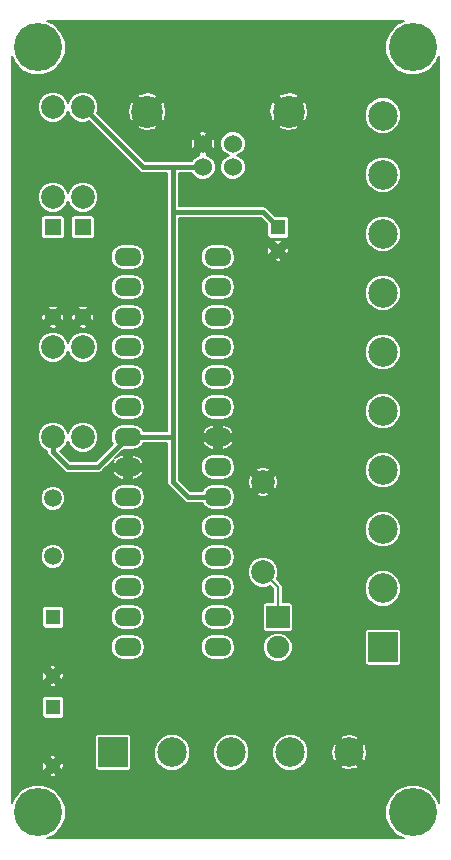
<source format=gtl>
G04 #@! TF.FileFunction,Copper,L1,Top,Signal*
%FSLAX46Y46*%
G04 Gerber Fmt 4.6, Leading zero omitted, Abs format (unit mm)*
G04 Created by KiCad (PCBNEW 4.0.3-stable) date Wednesday, 09 '09e' November '09e' 2016 14:17:41*
%MOMM*%
%LPD*%
G01*
G04 APERTURE LIST*
%ADD10C,0.100000*%
%ADD11R,1.300000X1.300000*%
%ADD12C,1.300000*%
%ADD13R,1.397000X1.397000*%
%ADD14C,1.397000*%
%ADD15O,2.300000X1.600000*%
%ADD16C,1.524000*%
%ADD17C,2.700020*%
%ADD18C,1.501140*%
%ADD19C,1.998980*%
%ADD20C,2.500000*%
%ADD21R,2.500000X2.500000*%
%ADD22C,4.064000*%
%ADD23R,2.000000X1.900000*%
%ADD24C,1.900000*%
%ADD25C,0.400000*%
%ADD26C,0.200000*%
G04 APERTURE END LIST*
D10*
D11*
X106680000Y-137160000D03*
D12*
X106680000Y-142160000D03*
D11*
X106680000Y-144780000D03*
D12*
X106680000Y-149780000D03*
D11*
X125730000Y-104140000D03*
D12*
X125730000Y-106140000D03*
D13*
X109220000Y-104140000D03*
D14*
X109220000Y-111760000D03*
D13*
X106680000Y-104140000D03*
D14*
X106680000Y-111760000D03*
D15*
X113030000Y-106680000D03*
X113030000Y-109220000D03*
X113030000Y-111760000D03*
X113030000Y-114300000D03*
X113030000Y-116840000D03*
X113030000Y-119380000D03*
X113030000Y-121920000D03*
X113030000Y-124460000D03*
X113030000Y-127000000D03*
X113030000Y-129540000D03*
X113030000Y-132080000D03*
X113030000Y-134620000D03*
X113030000Y-137160000D03*
X113030000Y-139700000D03*
X120650000Y-139700000D03*
X120650000Y-137160000D03*
X120650000Y-134620000D03*
X120650000Y-132080000D03*
X120650000Y-129540000D03*
X120650000Y-127000000D03*
X120650000Y-124460000D03*
X120650000Y-121920000D03*
X120650000Y-119380000D03*
X120650000Y-116840000D03*
X120650000Y-114300000D03*
X120650000Y-111760000D03*
X120650000Y-109220000D03*
X120650000Y-106680000D03*
D16*
X121920000Y-99060000D03*
X119380000Y-99060000D03*
X119380000Y-97061020D03*
X121920000Y-97061020D03*
D17*
X126649480Y-94361000D03*
X114650520Y-94361000D03*
D18*
X106680000Y-131980940D03*
X106680000Y-127099060D03*
D19*
X106680000Y-114300000D03*
X106680000Y-121920000D03*
X106680000Y-93980000D03*
X106680000Y-101600000D03*
X109220000Y-114300000D03*
X109220000Y-121920000D03*
X109220000Y-93980000D03*
X109220000Y-101600000D03*
D20*
X134620000Y-94700000D03*
X134620000Y-99700000D03*
X134620000Y-104700000D03*
X134620000Y-109700000D03*
X134620000Y-114700000D03*
X134620000Y-119700000D03*
X134620000Y-124700000D03*
X134620000Y-129700000D03*
D21*
X134620000Y-139700000D03*
D20*
X134620000Y-134700000D03*
X131760000Y-148590000D03*
X126760000Y-148590000D03*
X121760000Y-148590000D03*
D21*
X111760000Y-148590000D03*
D20*
X116760000Y-148590000D03*
D22*
X105410000Y-88900000D03*
X137160000Y-88900000D03*
X105410000Y-153670000D03*
X137160000Y-153670000D03*
D23*
X125730000Y-137160000D03*
D24*
X125730000Y-139700000D03*
D19*
X124460000Y-133350000D03*
X124460000Y-125730000D03*
D25*
X116840000Y-102870000D02*
X124460000Y-102870000D01*
X124460000Y-102870000D02*
X125730000Y-104140000D01*
X116840000Y-125730000D02*
X118110000Y-127000000D01*
X106680000Y-121920000D02*
X106680000Y-123190000D01*
X110490000Y-124460000D02*
X113030000Y-121920000D01*
X107950000Y-124460000D02*
X110490000Y-124460000D01*
X106680000Y-123190000D02*
X107950000Y-124460000D01*
X116840000Y-121920000D02*
X116840000Y-102870000D01*
X116840000Y-102870000D02*
X116840000Y-99060000D01*
X113030000Y-121920000D02*
X116840000Y-121920000D01*
X118110000Y-127000000D02*
X120650000Y-127000000D01*
X116840000Y-121920000D02*
X116840000Y-125730000D01*
X109220000Y-93980000D02*
X114300000Y-99060000D01*
X114300000Y-99060000D02*
X116840000Y-99060000D01*
X116840000Y-99060000D02*
X119380000Y-99060000D01*
D26*
X124460000Y-133350000D02*
X125730000Y-134620000D01*
X125730000Y-134620000D02*
X125730000Y-137160000D01*
G36*
X135840754Y-86921873D02*
X135184179Y-87577303D01*
X134828405Y-88434101D01*
X134827596Y-89361828D01*
X135181873Y-90219246D01*
X135837303Y-90875821D01*
X136694101Y-91231595D01*
X137621828Y-91232404D01*
X138479246Y-90878127D01*
X139135821Y-90222697D01*
X139365000Y-89670773D01*
X139365000Y-152899830D01*
X139138127Y-152350754D01*
X138482697Y-151694179D01*
X137625899Y-151338405D01*
X136698172Y-151337596D01*
X135840754Y-151691873D01*
X135184179Y-152347303D01*
X134828405Y-153204101D01*
X134827596Y-154131828D01*
X135181873Y-154989246D01*
X135837303Y-155645821D01*
X136389227Y-155875000D01*
X106180170Y-155875000D01*
X106729246Y-155648127D01*
X107385821Y-154992697D01*
X107741595Y-154135899D01*
X107742404Y-153208172D01*
X107388127Y-152350754D01*
X106732697Y-151694179D01*
X105875899Y-151338405D01*
X104948172Y-151337596D01*
X104090754Y-151691873D01*
X103434179Y-152347303D01*
X103205000Y-152899227D01*
X103205000Y-150564178D01*
X106320086Y-150564178D01*
X106406636Y-150666643D01*
X106766749Y-150703764D01*
X106953364Y-150666643D01*
X107039914Y-150564178D01*
X106680000Y-150204264D01*
X106320086Y-150564178D01*
X103205000Y-150564178D01*
X103205000Y-149866749D01*
X105756236Y-149866749D01*
X105793357Y-150053364D01*
X105895822Y-150139914D01*
X106255736Y-149780000D01*
X107104264Y-149780000D01*
X107464178Y-150139914D01*
X107566643Y-150053364D01*
X107603764Y-149693251D01*
X107566643Y-149506636D01*
X107464178Y-149420086D01*
X107104264Y-149780000D01*
X106255736Y-149780000D01*
X105895822Y-149420086D01*
X105793357Y-149506636D01*
X105756236Y-149866749D01*
X103205000Y-149866749D01*
X103205000Y-148995822D01*
X106320086Y-148995822D01*
X106680000Y-149355736D01*
X107039914Y-148995822D01*
X106953364Y-148893357D01*
X106593251Y-148856236D01*
X106406636Y-148893357D01*
X106320086Y-148995822D01*
X103205000Y-148995822D01*
X103205000Y-147340000D01*
X110204123Y-147340000D01*
X110204123Y-149840000D01*
X110225042Y-149951173D01*
X110290745Y-150053279D01*
X110390997Y-150121778D01*
X110510000Y-150145877D01*
X113010000Y-150145877D01*
X113121173Y-150124958D01*
X113223279Y-150059255D01*
X113291778Y-149959003D01*
X113315877Y-149840000D01*
X113315877Y-148896961D01*
X115209732Y-148896961D01*
X115445208Y-149466857D01*
X115880849Y-149903260D01*
X116450333Y-150139730D01*
X117066961Y-150140268D01*
X117636857Y-149904792D01*
X118073260Y-149469151D01*
X118309730Y-148899667D01*
X118309732Y-148896961D01*
X120209732Y-148896961D01*
X120445208Y-149466857D01*
X120880849Y-149903260D01*
X121450333Y-150139730D01*
X122066961Y-150140268D01*
X122636857Y-149904792D01*
X123073260Y-149469151D01*
X123309730Y-148899667D01*
X123309732Y-148896961D01*
X125209732Y-148896961D01*
X125445208Y-149466857D01*
X125880849Y-149903260D01*
X126450333Y-150139730D01*
X127066961Y-150140268D01*
X127636857Y-149904792D01*
X127718780Y-149823012D01*
X130951252Y-149823012D01*
X131115108Y-149988009D01*
X131699192Y-150128381D01*
X132292533Y-150034548D01*
X132404892Y-149988009D01*
X132568748Y-149823012D01*
X131760000Y-149014264D01*
X130951252Y-149823012D01*
X127718780Y-149823012D01*
X128073260Y-149469151D01*
X128309730Y-148899667D01*
X128310053Y-148529192D01*
X130221619Y-148529192D01*
X130315452Y-149122533D01*
X130361991Y-149234892D01*
X130526988Y-149398748D01*
X131335736Y-148590000D01*
X132184264Y-148590000D01*
X132993012Y-149398748D01*
X133158009Y-149234892D01*
X133298381Y-148650808D01*
X133204548Y-148057467D01*
X133158009Y-147945108D01*
X132993012Y-147781252D01*
X132184264Y-148590000D01*
X131335736Y-148590000D01*
X130526988Y-147781252D01*
X130361991Y-147945108D01*
X130221619Y-148529192D01*
X128310053Y-148529192D01*
X128310268Y-148283039D01*
X128074792Y-147713143D01*
X127719259Y-147356988D01*
X130951252Y-147356988D01*
X131760000Y-148165736D01*
X132568748Y-147356988D01*
X132404892Y-147191991D01*
X131820808Y-147051619D01*
X131227467Y-147145452D01*
X131115108Y-147191991D01*
X130951252Y-147356988D01*
X127719259Y-147356988D01*
X127639151Y-147276740D01*
X127069667Y-147040270D01*
X126453039Y-147039732D01*
X125883143Y-147275208D01*
X125446740Y-147710849D01*
X125210270Y-148280333D01*
X125209732Y-148896961D01*
X123309732Y-148896961D01*
X123310268Y-148283039D01*
X123074792Y-147713143D01*
X122639151Y-147276740D01*
X122069667Y-147040270D01*
X121453039Y-147039732D01*
X120883143Y-147275208D01*
X120446740Y-147710849D01*
X120210270Y-148280333D01*
X120209732Y-148896961D01*
X118309732Y-148896961D01*
X118310268Y-148283039D01*
X118074792Y-147713143D01*
X117639151Y-147276740D01*
X117069667Y-147040270D01*
X116453039Y-147039732D01*
X115883143Y-147275208D01*
X115446740Y-147710849D01*
X115210270Y-148280333D01*
X115209732Y-148896961D01*
X113315877Y-148896961D01*
X113315877Y-147340000D01*
X113294958Y-147228827D01*
X113229255Y-147126721D01*
X113129003Y-147058222D01*
X113010000Y-147034123D01*
X110510000Y-147034123D01*
X110398827Y-147055042D01*
X110296721Y-147120745D01*
X110228222Y-147220997D01*
X110204123Y-147340000D01*
X103205000Y-147340000D01*
X103205000Y-144130000D01*
X105724123Y-144130000D01*
X105724123Y-145430000D01*
X105745042Y-145541173D01*
X105810745Y-145643279D01*
X105910997Y-145711778D01*
X106030000Y-145735877D01*
X107330000Y-145735877D01*
X107441173Y-145714958D01*
X107543279Y-145649255D01*
X107611778Y-145549003D01*
X107635877Y-145430000D01*
X107635877Y-144130000D01*
X107614958Y-144018827D01*
X107549255Y-143916721D01*
X107449003Y-143848222D01*
X107330000Y-143824123D01*
X106030000Y-143824123D01*
X105918827Y-143845042D01*
X105816721Y-143910745D01*
X105748222Y-144010997D01*
X105724123Y-144130000D01*
X103205000Y-144130000D01*
X103205000Y-142944178D01*
X106320086Y-142944178D01*
X106406636Y-143046643D01*
X106766749Y-143083764D01*
X106953364Y-143046643D01*
X107039914Y-142944178D01*
X106680000Y-142584264D01*
X106320086Y-142944178D01*
X103205000Y-142944178D01*
X103205000Y-142246749D01*
X105756236Y-142246749D01*
X105793357Y-142433364D01*
X105895822Y-142519914D01*
X106255736Y-142160000D01*
X107104264Y-142160000D01*
X107464178Y-142519914D01*
X107566643Y-142433364D01*
X107603764Y-142073251D01*
X107566643Y-141886636D01*
X107464178Y-141800086D01*
X107104264Y-142160000D01*
X106255736Y-142160000D01*
X105895822Y-141800086D01*
X105793357Y-141886636D01*
X105756236Y-142246749D01*
X103205000Y-142246749D01*
X103205000Y-141375822D01*
X106320086Y-141375822D01*
X106680000Y-141735736D01*
X107039914Y-141375822D01*
X106953364Y-141273357D01*
X106593251Y-141236236D01*
X106406636Y-141273357D01*
X106320086Y-141375822D01*
X103205000Y-141375822D01*
X103205000Y-139700000D01*
X111551593Y-139700000D01*
X111635326Y-140120952D01*
X111873776Y-140477817D01*
X112230641Y-140716267D01*
X112651593Y-140800000D01*
X113408407Y-140800000D01*
X113829359Y-140716267D01*
X114186224Y-140477817D01*
X114424674Y-140120952D01*
X114508407Y-139700000D01*
X119171593Y-139700000D01*
X119255326Y-140120952D01*
X119493776Y-140477817D01*
X119850641Y-140716267D01*
X120271593Y-140800000D01*
X121028407Y-140800000D01*
X121449359Y-140716267D01*
X121806224Y-140477817D01*
X122044674Y-140120952D01*
X122079165Y-139947550D01*
X124479783Y-139947550D01*
X124669684Y-140407143D01*
X125021007Y-140759081D01*
X125480269Y-140949783D01*
X125977550Y-140950217D01*
X126437143Y-140760316D01*
X126789081Y-140408993D01*
X126979783Y-139949731D01*
X126980217Y-139452450D01*
X126790316Y-138992857D01*
X126438993Y-138640919D01*
X125979731Y-138450217D01*
X125731091Y-138450000D01*
X133064123Y-138450000D01*
X133064123Y-140950000D01*
X133085042Y-141061173D01*
X133150745Y-141163279D01*
X133250997Y-141231778D01*
X133370000Y-141255877D01*
X135870000Y-141255877D01*
X135981173Y-141234958D01*
X136083279Y-141169255D01*
X136151778Y-141069003D01*
X136175877Y-140950000D01*
X136175877Y-138450000D01*
X136154958Y-138338827D01*
X136089255Y-138236721D01*
X135989003Y-138168222D01*
X135870000Y-138144123D01*
X133370000Y-138144123D01*
X133258827Y-138165042D01*
X133156721Y-138230745D01*
X133088222Y-138330997D01*
X133064123Y-138450000D01*
X125731091Y-138450000D01*
X125482450Y-138449783D01*
X125022857Y-138639684D01*
X124670919Y-138991007D01*
X124480217Y-139450269D01*
X124479783Y-139947550D01*
X122079165Y-139947550D01*
X122128407Y-139700000D01*
X122044674Y-139279048D01*
X121806224Y-138922183D01*
X121449359Y-138683733D01*
X121028407Y-138600000D01*
X120271593Y-138600000D01*
X119850641Y-138683733D01*
X119493776Y-138922183D01*
X119255326Y-139279048D01*
X119171593Y-139700000D01*
X114508407Y-139700000D01*
X114424674Y-139279048D01*
X114186224Y-138922183D01*
X113829359Y-138683733D01*
X113408407Y-138600000D01*
X112651593Y-138600000D01*
X112230641Y-138683733D01*
X111873776Y-138922183D01*
X111635326Y-139279048D01*
X111551593Y-139700000D01*
X103205000Y-139700000D01*
X103205000Y-136510000D01*
X105724123Y-136510000D01*
X105724123Y-137810000D01*
X105745042Y-137921173D01*
X105810745Y-138023279D01*
X105910997Y-138091778D01*
X106030000Y-138115877D01*
X107330000Y-138115877D01*
X107441173Y-138094958D01*
X107543279Y-138029255D01*
X107611778Y-137929003D01*
X107635877Y-137810000D01*
X107635877Y-137160000D01*
X111551593Y-137160000D01*
X111635326Y-137580952D01*
X111873776Y-137937817D01*
X112230641Y-138176267D01*
X112651593Y-138260000D01*
X113408407Y-138260000D01*
X113829359Y-138176267D01*
X114186224Y-137937817D01*
X114424674Y-137580952D01*
X114508407Y-137160000D01*
X119171593Y-137160000D01*
X119255326Y-137580952D01*
X119493776Y-137937817D01*
X119850641Y-138176267D01*
X120271593Y-138260000D01*
X121028407Y-138260000D01*
X121449359Y-138176267D01*
X121806224Y-137937817D01*
X122044674Y-137580952D01*
X122128407Y-137160000D01*
X122044674Y-136739048D01*
X121806224Y-136382183D01*
X121449359Y-136143733D01*
X121028407Y-136060000D01*
X120271593Y-136060000D01*
X119850641Y-136143733D01*
X119493776Y-136382183D01*
X119255326Y-136739048D01*
X119171593Y-137160000D01*
X114508407Y-137160000D01*
X114424674Y-136739048D01*
X114186224Y-136382183D01*
X113829359Y-136143733D01*
X113408407Y-136060000D01*
X112651593Y-136060000D01*
X112230641Y-136143733D01*
X111873776Y-136382183D01*
X111635326Y-136739048D01*
X111551593Y-137160000D01*
X107635877Y-137160000D01*
X107635877Y-136510000D01*
X107614958Y-136398827D01*
X107549255Y-136296721D01*
X107449003Y-136228222D01*
X107330000Y-136204123D01*
X106030000Y-136204123D01*
X105918827Y-136225042D01*
X105816721Y-136290745D01*
X105748222Y-136390997D01*
X105724123Y-136510000D01*
X103205000Y-136510000D01*
X103205000Y-134620000D01*
X111551593Y-134620000D01*
X111635326Y-135040952D01*
X111873776Y-135397817D01*
X112230641Y-135636267D01*
X112651593Y-135720000D01*
X113408407Y-135720000D01*
X113829359Y-135636267D01*
X114186224Y-135397817D01*
X114424674Y-135040952D01*
X114508407Y-134620000D01*
X119171593Y-134620000D01*
X119255326Y-135040952D01*
X119493776Y-135397817D01*
X119850641Y-135636267D01*
X120271593Y-135720000D01*
X121028407Y-135720000D01*
X121449359Y-135636267D01*
X121806224Y-135397817D01*
X122044674Y-135040952D01*
X122128407Y-134620000D01*
X122044674Y-134199048D01*
X121806224Y-133842183D01*
X121454774Y-133607351D01*
X123160284Y-133607351D01*
X123357703Y-134085141D01*
X123722937Y-134451012D01*
X124200381Y-134649264D01*
X124717351Y-134649716D01*
X125054658Y-134510344D01*
X125330000Y-134785686D01*
X125330000Y-135904123D01*
X124730000Y-135904123D01*
X124618827Y-135925042D01*
X124516721Y-135990745D01*
X124448222Y-136090997D01*
X124424123Y-136210000D01*
X124424123Y-138110000D01*
X124445042Y-138221173D01*
X124510745Y-138323279D01*
X124610997Y-138391778D01*
X124730000Y-138415877D01*
X126730000Y-138415877D01*
X126841173Y-138394958D01*
X126943279Y-138329255D01*
X127011778Y-138229003D01*
X127035877Y-138110000D01*
X127035877Y-136210000D01*
X127014958Y-136098827D01*
X126949255Y-135996721D01*
X126849003Y-135928222D01*
X126730000Y-135904123D01*
X126130000Y-135904123D01*
X126130000Y-135006961D01*
X133069732Y-135006961D01*
X133305208Y-135576857D01*
X133740849Y-136013260D01*
X134310333Y-136249730D01*
X134926961Y-136250268D01*
X135496857Y-136014792D01*
X135933260Y-135579151D01*
X136169730Y-135009667D01*
X136170268Y-134393039D01*
X135934792Y-133823143D01*
X135499151Y-133386740D01*
X134929667Y-133150270D01*
X134313039Y-133149732D01*
X133743143Y-133385208D01*
X133306740Y-133820849D01*
X133070270Y-134390333D01*
X133069732Y-135006961D01*
X126130000Y-135006961D01*
X126130000Y-134620000D01*
X126099552Y-134466927D01*
X126099552Y-134466926D01*
X126012843Y-134337157D01*
X125620202Y-133944516D01*
X125759264Y-133609619D01*
X125759716Y-133092649D01*
X125562297Y-132614859D01*
X125197063Y-132248988D01*
X124719619Y-132050736D01*
X124202649Y-132050284D01*
X123724859Y-132247703D01*
X123358988Y-132612937D01*
X123160736Y-133090381D01*
X123160284Y-133607351D01*
X121454774Y-133607351D01*
X121449359Y-133603733D01*
X121028407Y-133520000D01*
X120271593Y-133520000D01*
X119850641Y-133603733D01*
X119493776Y-133842183D01*
X119255326Y-134199048D01*
X119171593Y-134620000D01*
X114508407Y-134620000D01*
X114424674Y-134199048D01*
X114186224Y-133842183D01*
X113829359Y-133603733D01*
X113408407Y-133520000D01*
X112651593Y-133520000D01*
X112230641Y-133603733D01*
X111873776Y-133842183D01*
X111635326Y-134199048D01*
X111551593Y-134620000D01*
X103205000Y-134620000D01*
X103205000Y-132188995D01*
X105629248Y-132188995D01*
X105788851Y-132575263D01*
X106084123Y-132871051D01*
X106470112Y-133031327D01*
X106888055Y-133031692D01*
X107274323Y-132872089D01*
X107570111Y-132576817D01*
X107730387Y-132190828D01*
X107730483Y-132080000D01*
X111551593Y-132080000D01*
X111635326Y-132500952D01*
X111873776Y-132857817D01*
X112230641Y-133096267D01*
X112651593Y-133180000D01*
X113408407Y-133180000D01*
X113829359Y-133096267D01*
X114186224Y-132857817D01*
X114424674Y-132500952D01*
X114508407Y-132080000D01*
X119171593Y-132080000D01*
X119255326Y-132500952D01*
X119493776Y-132857817D01*
X119850641Y-133096267D01*
X120271593Y-133180000D01*
X121028407Y-133180000D01*
X121449359Y-133096267D01*
X121806224Y-132857817D01*
X122044674Y-132500952D01*
X122128407Y-132080000D01*
X122044674Y-131659048D01*
X121806224Y-131302183D01*
X121449359Y-131063733D01*
X121028407Y-130980000D01*
X120271593Y-130980000D01*
X119850641Y-131063733D01*
X119493776Y-131302183D01*
X119255326Y-131659048D01*
X119171593Y-132080000D01*
X114508407Y-132080000D01*
X114424674Y-131659048D01*
X114186224Y-131302183D01*
X113829359Y-131063733D01*
X113408407Y-130980000D01*
X112651593Y-130980000D01*
X112230641Y-131063733D01*
X111873776Y-131302183D01*
X111635326Y-131659048D01*
X111551593Y-132080000D01*
X107730483Y-132080000D01*
X107730752Y-131772885D01*
X107571149Y-131386617D01*
X107275877Y-131090829D01*
X106889888Y-130930553D01*
X106471945Y-130930188D01*
X106085677Y-131089791D01*
X105789889Y-131385063D01*
X105629613Y-131771052D01*
X105629248Y-132188995D01*
X103205000Y-132188995D01*
X103205000Y-129540000D01*
X111551593Y-129540000D01*
X111635326Y-129960952D01*
X111873776Y-130317817D01*
X112230641Y-130556267D01*
X112651593Y-130640000D01*
X113408407Y-130640000D01*
X113829359Y-130556267D01*
X114186224Y-130317817D01*
X114424674Y-129960952D01*
X114508407Y-129540000D01*
X119171593Y-129540000D01*
X119255326Y-129960952D01*
X119493776Y-130317817D01*
X119850641Y-130556267D01*
X120271593Y-130640000D01*
X121028407Y-130640000D01*
X121449359Y-130556267D01*
X121806224Y-130317817D01*
X122013931Y-130006961D01*
X133069732Y-130006961D01*
X133305208Y-130576857D01*
X133740849Y-131013260D01*
X134310333Y-131249730D01*
X134926961Y-131250268D01*
X135496857Y-131014792D01*
X135933260Y-130579151D01*
X136169730Y-130009667D01*
X136170268Y-129393039D01*
X135934792Y-128823143D01*
X135499151Y-128386740D01*
X134929667Y-128150270D01*
X134313039Y-128149732D01*
X133743143Y-128385208D01*
X133306740Y-128820849D01*
X133070270Y-129390333D01*
X133069732Y-130006961D01*
X122013931Y-130006961D01*
X122044674Y-129960952D01*
X122128407Y-129540000D01*
X122044674Y-129119048D01*
X121806224Y-128762183D01*
X121449359Y-128523733D01*
X121028407Y-128440000D01*
X120271593Y-128440000D01*
X119850641Y-128523733D01*
X119493776Y-128762183D01*
X119255326Y-129119048D01*
X119171593Y-129540000D01*
X114508407Y-129540000D01*
X114424674Y-129119048D01*
X114186224Y-128762183D01*
X113829359Y-128523733D01*
X113408407Y-128440000D01*
X112651593Y-128440000D01*
X112230641Y-128523733D01*
X111873776Y-128762183D01*
X111635326Y-129119048D01*
X111551593Y-129540000D01*
X103205000Y-129540000D01*
X103205000Y-127307115D01*
X105629248Y-127307115D01*
X105788851Y-127693383D01*
X106084123Y-127989171D01*
X106470112Y-128149447D01*
X106888055Y-128149812D01*
X107274323Y-127990209D01*
X107570111Y-127694937D01*
X107730387Y-127308948D01*
X107730656Y-127000000D01*
X111551593Y-127000000D01*
X111635326Y-127420952D01*
X111873776Y-127777817D01*
X112230641Y-128016267D01*
X112651593Y-128100000D01*
X113408407Y-128100000D01*
X113829359Y-128016267D01*
X114186224Y-127777817D01*
X114424674Y-127420952D01*
X114508407Y-127000000D01*
X114424674Y-126579048D01*
X114186224Y-126222183D01*
X113829359Y-125983733D01*
X113408407Y-125900000D01*
X112651593Y-125900000D01*
X112230641Y-125983733D01*
X111873776Y-126222183D01*
X111635326Y-126579048D01*
X111551593Y-127000000D01*
X107730656Y-127000000D01*
X107730752Y-126891005D01*
X107571149Y-126504737D01*
X107275877Y-126208949D01*
X106889888Y-126048673D01*
X106471945Y-126048308D01*
X106085677Y-126207911D01*
X105789889Y-126503183D01*
X105629613Y-126889172D01*
X105629248Y-127307115D01*
X103205000Y-127307115D01*
X103205000Y-119380000D01*
X111551593Y-119380000D01*
X111635326Y-119800952D01*
X111873776Y-120157817D01*
X112230641Y-120396267D01*
X112651593Y-120480000D01*
X113408407Y-120480000D01*
X113829359Y-120396267D01*
X114186224Y-120157817D01*
X114424674Y-119800952D01*
X114508407Y-119380000D01*
X114424674Y-118959048D01*
X114186224Y-118602183D01*
X113829359Y-118363733D01*
X113408407Y-118280000D01*
X112651593Y-118280000D01*
X112230641Y-118363733D01*
X111873776Y-118602183D01*
X111635326Y-118959048D01*
X111551593Y-119380000D01*
X103205000Y-119380000D01*
X103205000Y-116840000D01*
X111551593Y-116840000D01*
X111635326Y-117260952D01*
X111873776Y-117617817D01*
X112230641Y-117856267D01*
X112651593Y-117940000D01*
X113408407Y-117940000D01*
X113829359Y-117856267D01*
X114186224Y-117617817D01*
X114424674Y-117260952D01*
X114508407Y-116840000D01*
X114424674Y-116419048D01*
X114186224Y-116062183D01*
X113829359Y-115823733D01*
X113408407Y-115740000D01*
X112651593Y-115740000D01*
X112230641Y-115823733D01*
X111873776Y-116062183D01*
X111635326Y-116419048D01*
X111551593Y-116840000D01*
X103205000Y-116840000D01*
X103205000Y-114557351D01*
X105380284Y-114557351D01*
X105577703Y-115035141D01*
X105942937Y-115401012D01*
X106420381Y-115599264D01*
X106937351Y-115599716D01*
X107415141Y-115402297D01*
X107781012Y-115037063D01*
X107950171Y-114629683D01*
X108117703Y-115035141D01*
X108482937Y-115401012D01*
X108960381Y-115599264D01*
X109477351Y-115599716D01*
X109955141Y-115402297D01*
X110321012Y-115037063D01*
X110519264Y-114559619D01*
X110519490Y-114300000D01*
X111551593Y-114300000D01*
X111635326Y-114720952D01*
X111873776Y-115077817D01*
X112230641Y-115316267D01*
X112651593Y-115400000D01*
X113408407Y-115400000D01*
X113829359Y-115316267D01*
X114186224Y-115077817D01*
X114424674Y-114720952D01*
X114508407Y-114300000D01*
X114424674Y-113879048D01*
X114186224Y-113522183D01*
X113829359Y-113283733D01*
X113408407Y-113200000D01*
X112651593Y-113200000D01*
X112230641Y-113283733D01*
X111873776Y-113522183D01*
X111635326Y-113879048D01*
X111551593Y-114300000D01*
X110519490Y-114300000D01*
X110519716Y-114042649D01*
X110322297Y-113564859D01*
X109957063Y-113198988D01*
X109479619Y-113000736D01*
X108962649Y-113000284D01*
X108484859Y-113197703D01*
X108118988Y-113562937D01*
X107949829Y-113970317D01*
X107782297Y-113564859D01*
X107417063Y-113198988D01*
X106939619Y-113000736D01*
X106422649Y-113000284D01*
X105944859Y-113197703D01*
X105578988Y-113562937D01*
X105380736Y-114040381D01*
X105380284Y-114557351D01*
X103205000Y-114557351D01*
X103205000Y-112581333D01*
X106282931Y-112581333D01*
X106376010Y-112688797D01*
X106754585Y-112734428D01*
X106983990Y-112688797D01*
X107077069Y-112581333D01*
X108822931Y-112581333D01*
X108916010Y-112688797D01*
X109294585Y-112734428D01*
X109523990Y-112688797D01*
X109617069Y-112581333D01*
X109220000Y-112184264D01*
X108822931Y-112581333D01*
X107077069Y-112581333D01*
X106680000Y-112184264D01*
X106282931Y-112581333D01*
X103205000Y-112581333D01*
X103205000Y-111834585D01*
X105705572Y-111834585D01*
X105751203Y-112063990D01*
X105858667Y-112157069D01*
X106255736Y-111760000D01*
X107104264Y-111760000D01*
X107501333Y-112157069D01*
X107608797Y-112063990D01*
X107636448Y-111834585D01*
X108245572Y-111834585D01*
X108291203Y-112063990D01*
X108398667Y-112157069D01*
X108795736Y-111760000D01*
X109644264Y-111760000D01*
X110041333Y-112157069D01*
X110148797Y-112063990D01*
X110185438Y-111760000D01*
X111551593Y-111760000D01*
X111635326Y-112180952D01*
X111873776Y-112537817D01*
X112230641Y-112776267D01*
X112651593Y-112860000D01*
X113408407Y-112860000D01*
X113829359Y-112776267D01*
X114186224Y-112537817D01*
X114424674Y-112180952D01*
X114508407Y-111760000D01*
X114424674Y-111339048D01*
X114186224Y-110982183D01*
X113829359Y-110743733D01*
X113408407Y-110660000D01*
X112651593Y-110660000D01*
X112230641Y-110743733D01*
X111873776Y-110982183D01*
X111635326Y-111339048D01*
X111551593Y-111760000D01*
X110185438Y-111760000D01*
X110194428Y-111685415D01*
X110148797Y-111456010D01*
X110041333Y-111362931D01*
X109644264Y-111760000D01*
X108795736Y-111760000D01*
X108398667Y-111362931D01*
X108291203Y-111456010D01*
X108245572Y-111834585D01*
X107636448Y-111834585D01*
X107654428Y-111685415D01*
X107608797Y-111456010D01*
X107501333Y-111362931D01*
X107104264Y-111760000D01*
X106255736Y-111760000D01*
X105858667Y-111362931D01*
X105751203Y-111456010D01*
X105705572Y-111834585D01*
X103205000Y-111834585D01*
X103205000Y-110938667D01*
X106282931Y-110938667D01*
X106680000Y-111335736D01*
X107077069Y-110938667D01*
X108822931Y-110938667D01*
X109220000Y-111335736D01*
X109617069Y-110938667D01*
X109523990Y-110831203D01*
X109145415Y-110785572D01*
X108916010Y-110831203D01*
X108822931Y-110938667D01*
X107077069Y-110938667D01*
X106983990Y-110831203D01*
X106605415Y-110785572D01*
X106376010Y-110831203D01*
X106282931Y-110938667D01*
X103205000Y-110938667D01*
X103205000Y-109220000D01*
X111551593Y-109220000D01*
X111635326Y-109640952D01*
X111873776Y-109997817D01*
X112230641Y-110236267D01*
X112651593Y-110320000D01*
X113408407Y-110320000D01*
X113829359Y-110236267D01*
X114186224Y-109997817D01*
X114424674Y-109640952D01*
X114508407Y-109220000D01*
X114424674Y-108799048D01*
X114186224Y-108442183D01*
X113829359Y-108203733D01*
X113408407Y-108120000D01*
X112651593Y-108120000D01*
X112230641Y-108203733D01*
X111873776Y-108442183D01*
X111635326Y-108799048D01*
X111551593Y-109220000D01*
X103205000Y-109220000D01*
X103205000Y-106680000D01*
X111551593Y-106680000D01*
X111635326Y-107100952D01*
X111873776Y-107457817D01*
X112230641Y-107696267D01*
X112651593Y-107780000D01*
X113408407Y-107780000D01*
X113829359Y-107696267D01*
X114186224Y-107457817D01*
X114424674Y-107100952D01*
X114508407Y-106680000D01*
X114424674Y-106259048D01*
X114186224Y-105902183D01*
X113829359Y-105663733D01*
X113408407Y-105580000D01*
X112651593Y-105580000D01*
X112230641Y-105663733D01*
X111873776Y-105902183D01*
X111635326Y-106259048D01*
X111551593Y-106680000D01*
X103205000Y-106680000D01*
X103205000Y-103441500D01*
X105675623Y-103441500D01*
X105675623Y-104838500D01*
X105696542Y-104949673D01*
X105762245Y-105051779D01*
X105862497Y-105120278D01*
X105981500Y-105144377D01*
X107378500Y-105144377D01*
X107489673Y-105123458D01*
X107591779Y-105057755D01*
X107660278Y-104957503D01*
X107684377Y-104838500D01*
X107684377Y-103441500D01*
X108215623Y-103441500D01*
X108215623Y-104838500D01*
X108236542Y-104949673D01*
X108302245Y-105051779D01*
X108402497Y-105120278D01*
X108521500Y-105144377D01*
X109918500Y-105144377D01*
X110029673Y-105123458D01*
X110131779Y-105057755D01*
X110200278Y-104957503D01*
X110224377Y-104838500D01*
X110224377Y-103441500D01*
X110203458Y-103330327D01*
X110137755Y-103228221D01*
X110037503Y-103159722D01*
X109918500Y-103135623D01*
X108521500Y-103135623D01*
X108410327Y-103156542D01*
X108308221Y-103222245D01*
X108239722Y-103322497D01*
X108215623Y-103441500D01*
X107684377Y-103441500D01*
X107663458Y-103330327D01*
X107597755Y-103228221D01*
X107497503Y-103159722D01*
X107378500Y-103135623D01*
X105981500Y-103135623D01*
X105870327Y-103156542D01*
X105768221Y-103222245D01*
X105699722Y-103322497D01*
X105675623Y-103441500D01*
X103205000Y-103441500D01*
X103205000Y-101857351D01*
X105380284Y-101857351D01*
X105577703Y-102335141D01*
X105942937Y-102701012D01*
X106420381Y-102899264D01*
X106937351Y-102899716D01*
X107415141Y-102702297D01*
X107781012Y-102337063D01*
X107950171Y-101929683D01*
X108117703Y-102335141D01*
X108482937Y-102701012D01*
X108960381Y-102899264D01*
X109477351Y-102899716D01*
X109955141Y-102702297D01*
X110321012Y-102337063D01*
X110519264Y-101859619D01*
X110519716Y-101342649D01*
X110322297Y-100864859D01*
X109957063Y-100498988D01*
X109479619Y-100300736D01*
X108962649Y-100300284D01*
X108484859Y-100497703D01*
X108118988Y-100862937D01*
X107949829Y-101270317D01*
X107782297Y-100864859D01*
X107417063Y-100498988D01*
X106939619Y-100300736D01*
X106422649Y-100300284D01*
X105944859Y-100497703D01*
X105578988Y-100862937D01*
X105380736Y-101340381D01*
X105380284Y-101857351D01*
X103205000Y-101857351D01*
X103205000Y-94237351D01*
X105380284Y-94237351D01*
X105577703Y-94715141D01*
X105942937Y-95081012D01*
X106420381Y-95279264D01*
X106937351Y-95279716D01*
X107415141Y-95082297D01*
X107781012Y-94717063D01*
X107950171Y-94309683D01*
X108117703Y-94715141D01*
X108482937Y-95081012D01*
X108960381Y-95279264D01*
X109477351Y-95279716D01*
X109714586Y-95181692D01*
X113946447Y-99413553D01*
X114108658Y-99521940D01*
X114300000Y-99560000D01*
X116340000Y-99560000D01*
X116340000Y-121420000D01*
X114371856Y-121420000D01*
X114186224Y-121142183D01*
X113829359Y-120903733D01*
X113408407Y-120820000D01*
X112651593Y-120820000D01*
X112230641Y-120903733D01*
X111873776Y-121142183D01*
X111635326Y-121499048D01*
X111551593Y-121920000D01*
X111635326Y-122340952D01*
X111742117Y-122500776D01*
X110282894Y-123960000D01*
X108157107Y-123960000D01*
X107276633Y-123079527D01*
X107415141Y-123022297D01*
X107781012Y-122657063D01*
X107950171Y-122249683D01*
X108117703Y-122655141D01*
X108482937Y-123021012D01*
X108960381Y-123219264D01*
X109477351Y-123219716D01*
X109955141Y-123022297D01*
X110321012Y-122657063D01*
X110519264Y-122179619D01*
X110519716Y-121662649D01*
X110322297Y-121184859D01*
X109957063Y-120818988D01*
X109479619Y-120620736D01*
X108962649Y-120620284D01*
X108484859Y-120817703D01*
X108118988Y-121182937D01*
X107949829Y-121590317D01*
X107782297Y-121184859D01*
X107417063Y-120818988D01*
X106939619Y-120620736D01*
X106422649Y-120620284D01*
X105944859Y-120817703D01*
X105578988Y-121182937D01*
X105380736Y-121660381D01*
X105380284Y-122177351D01*
X105577703Y-122655141D01*
X105942937Y-123021012D01*
X106180000Y-123119449D01*
X106180000Y-123190000D01*
X106213815Y-123360000D01*
X106218060Y-123381342D01*
X106326447Y-123543553D01*
X107596446Y-124813553D01*
X107748791Y-124915347D01*
X107758658Y-124921940D01*
X107950000Y-124960000D01*
X110490000Y-124960000D01*
X110681342Y-124921940D01*
X110691209Y-124915347D01*
X111722786Y-124915347D01*
X111846130Y-125127645D01*
X112165101Y-125395932D01*
X112562461Y-125521732D01*
X112730000Y-125462047D01*
X112730000Y-124760000D01*
X113330000Y-124760000D01*
X113330000Y-125462047D01*
X113497539Y-125521732D01*
X113894899Y-125395932D01*
X114213870Y-125127645D01*
X114337214Y-124915347D01*
X114328696Y-124760000D01*
X113330000Y-124760000D01*
X112730000Y-124760000D01*
X111731304Y-124760000D01*
X111722786Y-124915347D01*
X110691209Y-124915347D01*
X110843553Y-124813553D01*
X111820310Y-123836797D01*
X111722786Y-124004653D01*
X111731304Y-124160000D01*
X112730000Y-124160000D01*
X112730000Y-123457953D01*
X113330000Y-123457953D01*
X113330000Y-124160000D01*
X114328696Y-124160000D01*
X114337214Y-124004653D01*
X114213870Y-123792355D01*
X113894899Y-123524068D01*
X113497539Y-123398268D01*
X113330000Y-123457953D01*
X112730000Y-123457953D01*
X112562461Y-123398268D01*
X112165101Y-123524068D01*
X111963321Y-123693786D01*
X112639510Y-123017597D01*
X112651593Y-123020000D01*
X113408407Y-123020000D01*
X113829359Y-122936267D01*
X114186224Y-122697817D01*
X114371856Y-122420000D01*
X116340000Y-122420000D01*
X116340000Y-125730000D01*
X116373815Y-125900000D01*
X116378060Y-125921342D01*
X116486447Y-126083553D01*
X117756446Y-127353553D01*
X117918658Y-127461940D01*
X118110000Y-127500000D01*
X119308144Y-127500000D01*
X119493776Y-127777817D01*
X119850641Y-128016267D01*
X120271593Y-128100000D01*
X121028407Y-128100000D01*
X121449359Y-128016267D01*
X121806224Y-127777817D01*
X122044674Y-127420952D01*
X122128407Y-127000000D01*
X122084190Y-126777705D01*
X123836560Y-126777705D01*
X123968778Y-126916499D01*
X124460223Y-127014165D01*
X124951222Y-126916499D01*
X125083440Y-126777705D01*
X124460000Y-126154264D01*
X123836560Y-126777705D01*
X122084190Y-126777705D01*
X122044674Y-126579048D01*
X121806224Y-126222183D01*
X121449359Y-125983733D01*
X121028407Y-125900000D01*
X120271593Y-125900000D01*
X119850641Y-125983733D01*
X119493776Y-126222183D01*
X119308144Y-126500000D01*
X118317107Y-126500000D01*
X117547330Y-125730223D01*
X123175835Y-125730223D01*
X123273501Y-126221222D01*
X123412295Y-126353440D01*
X124035736Y-125730000D01*
X124884264Y-125730000D01*
X125507705Y-126353440D01*
X125646499Y-126221222D01*
X125744165Y-125729777D01*
X125646499Y-125238778D01*
X125507705Y-125106560D01*
X124884264Y-125730000D01*
X124035736Y-125730000D01*
X123412295Y-125106560D01*
X123273501Y-125238778D01*
X123175835Y-125730223D01*
X117547330Y-125730223D01*
X117340000Y-125522894D01*
X117340000Y-124460000D01*
X119171593Y-124460000D01*
X119255326Y-124880952D01*
X119493776Y-125237817D01*
X119850641Y-125476267D01*
X120271593Y-125560000D01*
X121028407Y-125560000D01*
X121449359Y-125476267D01*
X121806224Y-125237817D01*
X122044674Y-124880952D01*
X122084189Y-124682295D01*
X123836560Y-124682295D01*
X124460000Y-125305736D01*
X124758774Y-125006961D01*
X133069732Y-125006961D01*
X133305208Y-125576857D01*
X133740849Y-126013260D01*
X134310333Y-126249730D01*
X134926961Y-126250268D01*
X135496857Y-126014792D01*
X135933260Y-125579151D01*
X136169730Y-125009667D01*
X136170268Y-124393039D01*
X135934792Y-123823143D01*
X135499151Y-123386740D01*
X134929667Y-123150270D01*
X134313039Y-123149732D01*
X133743143Y-123385208D01*
X133306740Y-123820849D01*
X133070270Y-124390333D01*
X133069732Y-125006961D01*
X124758774Y-125006961D01*
X125083440Y-124682295D01*
X124951222Y-124543501D01*
X124459777Y-124445835D01*
X123968778Y-124543501D01*
X123836560Y-124682295D01*
X122084189Y-124682295D01*
X122128407Y-124460000D01*
X122044674Y-124039048D01*
X121806224Y-123682183D01*
X121449359Y-123443733D01*
X121028407Y-123360000D01*
X120271593Y-123360000D01*
X119850641Y-123443733D01*
X119493776Y-123682183D01*
X119255326Y-124039048D01*
X119171593Y-124460000D01*
X117340000Y-124460000D01*
X117340000Y-122375347D01*
X119342786Y-122375347D01*
X119466130Y-122587645D01*
X119785101Y-122855932D01*
X120182461Y-122981732D01*
X120350000Y-122922047D01*
X120350000Y-122220000D01*
X120950000Y-122220000D01*
X120950000Y-122922047D01*
X121117539Y-122981732D01*
X121514899Y-122855932D01*
X121833870Y-122587645D01*
X121957214Y-122375347D01*
X121948696Y-122220000D01*
X120950000Y-122220000D01*
X120350000Y-122220000D01*
X119351304Y-122220000D01*
X119342786Y-122375347D01*
X117340000Y-122375347D01*
X117340000Y-121464653D01*
X119342786Y-121464653D01*
X119351304Y-121620000D01*
X120350000Y-121620000D01*
X120350000Y-120917953D01*
X120950000Y-120917953D01*
X120950000Y-121620000D01*
X121948696Y-121620000D01*
X121957214Y-121464653D01*
X121833870Y-121252355D01*
X121514899Y-120984068D01*
X121117539Y-120858268D01*
X120950000Y-120917953D01*
X120350000Y-120917953D01*
X120182461Y-120858268D01*
X119785101Y-120984068D01*
X119466130Y-121252355D01*
X119342786Y-121464653D01*
X117340000Y-121464653D01*
X117340000Y-119380000D01*
X119171593Y-119380000D01*
X119255326Y-119800952D01*
X119493776Y-120157817D01*
X119850641Y-120396267D01*
X120271593Y-120480000D01*
X121028407Y-120480000D01*
X121449359Y-120396267D01*
X121806224Y-120157817D01*
X121907022Y-120006961D01*
X133069732Y-120006961D01*
X133305208Y-120576857D01*
X133740849Y-121013260D01*
X134310333Y-121249730D01*
X134926961Y-121250268D01*
X135496857Y-121014792D01*
X135933260Y-120579151D01*
X136169730Y-120009667D01*
X136170268Y-119393039D01*
X135934792Y-118823143D01*
X135499151Y-118386740D01*
X134929667Y-118150270D01*
X134313039Y-118149732D01*
X133743143Y-118385208D01*
X133306740Y-118820849D01*
X133070270Y-119390333D01*
X133069732Y-120006961D01*
X121907022Y-120006961D01*
X122044674Y-119800952D01*
X122128407Y-119380000D01*
X122044674Y-118959048D01*
X121806224Y-118602183D01*
X121449359Y-118363733D01*
X121028407Y-118280000D01*
X120271593Y-118280000D01*
X119850641Y-118363733D01*
X119493776Y-118602183D01*
X119255326Y-118959048D01*
X119171593Y-119380000D01*
X117340000Y-119380000D01*
X117340000Y-116840000D01*
X119171593Y-116840000D01*
X119255326Y-117260952D01*
X119493776Y-117617817D01*
X119850641Y-117856267D01*
X120271593Y-117940000D01*
X121028407Y-117940000D01*
X121449359Y-117856267D01*
X121806224Y-117617817D01*
X122044674Y-117260952D01*
X122128407Y-116840000D01*
X122044674Y-116419048D01*
X121806224Y-116062183D01*
X121449359Y-115823733D01*
X121028407Y-115740000D01*
X120271593Y-115740000D01*
X119850641Y-115823733D01*
X119493776Y-116062183D01*
X119255326Y-116419048D01*
X119171593Y-116840000D01*
X117340000Y-116840000D01*
X117340000Y-114300000D01*
X119171593Y-114300000D01*
X119255326Y-114720952D01*
X119493776Y-115077817D01*
X119850641Y-115316267D01*
X120271593Y-115400000D01*
X121028407Y-115400000D01*
X121449359Y-115316267D01*
X121806224Y-115077817D01*
X121853568Y-115006961D01*
X133069732Y-115006961D01*
X133305208Y-115576857D01*
X133740849Y-116013260D01*
X134310333Y-116249730D01*
X134926961Y-116250268D01*
X135496857Y-116014792D01*
X135933260Y-115579151D01*
X136169730Y-115009667D01*
X136170268Y-114393039D01*
X135934792Y-113823143D01*
X135499151Y-113386740D01*
X134929667Y-113150270D01*
X134313039Y-113149732D01*
X133743143Y-113385208D01*
X133306740Y-113820849D01*
X133070270Y-114390333D01*
X133069732Y-115006961D01*
X121853568Y-115006961D01*
X122044674Y-114720952D01*
X122128407Y-114300000D01*
X122044674Y-113879048D01*
X121806224Y-113522183D01*
X121449359Y-113283733D01*
X121028407Y-113200000D01*
X120271593Y-113200000D01*
X119850641Y-113283733D01*
X119493776Y-113522183D01*
X119255326Y-113879048D01*
X119171593Y-114300000D01*
X117340000Y-114300000D01*
X117340000Y-111760000D01*
X119171593Y-111760000D01*
X119255326Y-112180952D01*
X119493776Y-112537817D01*
X119850641Y-112776267D01*
X120271593Y-112860000D01*
X121028407Y-112860000D01*
X121449359Y-112776267D01*
X121806224Y-112537817D01*
X122044674Y-112180952D01*
X122128407Y-111760000D01*
X122044674Y-111339048D01*
X121806224Y-110982183D01*
X121449359Y-110743733D01*
X121028407Y-110660000D01*
X120271593Y-110660000D01*
X119850641Y-110743733D01*
X119493776Y-110982183D01*
X119255326Y-111339048D01*
X119171593Y-111760000D01*
X117340000Y-111760000D01*
X117340000Y-109220000D01*
X119171593Y-109220000D01*
X119255326Y-109640952D01*
X119493776Y-109997817D01*
X119850641Y-110236267D01*
X120271593Y-110320000D01*
X121028407Y-110320000D01*
X121449359Y-110236267D01*
X121792539Y-110006961D01*
X133069732Y-110006961D01*
X133305208Y-110576857D01*
X133740849Y-111013260D01*
X134310333Y-111249730D01*
X134926961Y-111250268D01*
X135496857Y-111014792D01*
X135933260Y-110579151D01*
X136169730Y-110009667D01*
X136170268Y-109393039D01*
X135934792Y-108823143D01*
X135499151Y-108386740D01*
X134929667Y-108150270D01*
X134313039Y-108149732D01*
X133743143Y-108385208D01*
X133306740Y-108820849D01*
X133070270Y-109390333D01*
X133069732Y-110006961D01*
X121792539Y-110006961D01*
X121806224Y-109997817D01*
X122044674Y-109640952D01*
X122128407Y-109220000D01*
X122044674Y-108799048D01*
X121806224Y-108442183D01*
X121449359Y-108203733D01*
X121028407Y-108120000D01*
X120271593Y-108120000D01*
X119850641Y-108203733D01*
X119493776Y-108442183D01*
X119255326Y-108799048D01*
X119171593Y-109220000D01*
X117340000Y-109220000D01*
X117340000Y-106680000D01*
X119171593Y-106680000D01*
X119255326Y-107100952D01*
X119493776Y-107457817D01*
X119850641Y-107696267D01*
X120271593Y-107780000D01*
X121028407Y-107780000D01*
X121449359Y-107696267D01*
X121806224Y-107457817D01*
X122044674Y-107100952D01*
X122079836Y-106924178D01*
X125370086Y-106924178D01*
X125456636Y-107026643D01*
X125816749Y-107063764D01*
X126003364Y-107026643D01*
X126089914Y-106924178D01*
X125730000Y-106564264D01*
X125370086Y-106924178D01*
X122079836Y-106924178D01*
X122128407Y-106680000D01*
X122044674Y-106259048D01*
X122023093Y-106226749D01*
X124806236Y-106226749D01*
X124843357Y-106413364D01*
X124945822Y-106499914D01*
X125305736Y-106140000D01*
X126154264Y-106140000D01*
X126514178Y-106499914D01*
X126616643Y-106413364D01*
X126653764Y-106053251D01*
X126616643Y-105866636D01*
X126514178Y-105780086D01*
X126154264Y-106140000D01*
X125305736Y-106140000D01*
X124945822Y-105780086D01*
X124843357Y-105866636D01*
X124806236Y-106226749D01*
X122023093Y-106226749D01*
X121806224Y-105902183D01*
X121449359Y-105663733D01*
X121028407Y-105580000D01*
X120271593Y-105580000D01*
X119850641Y-105663733D01*
X119493776Y-105902183D01*
X119255326Y-106259048D01*
X119171593Y-106680000D01*
X117340000Y-106680000D01*
X117340000Y-105355822D01*
X125370086Y-105355822D01*
X125730000Y-105715736D01*
X126089914Y-105355822D01*
X126003364Y-105253357D01*
X125643251Y-105216236D01*
X125456636Y-105253357D01*
X125370086Y-105355822D01*
X117340000Y-105355822D01*
X117340000Y-103370000D01*
X124252894Y-103370000D01*
X124774123Y-103891230D01*
X124774123Y-104790000D01*
X124795042Y-104901173D01*
X124860745Y-105003279D01*
X124960997Y-105071778D01*
X125080000Y-105095877D01*
X126380000Y-105095877D01*
X126491173Y-105074958D01*
X126593279Y-105009255D01*
X126594846Y-105006961D01*
X133069732Y-105006961D01*
X133305208Y-105576857D01*
X133740849Y-106013260D01*
X134310333Y-106249730D01*
X134926961Y-106250268D01*
X135496857Y-106014792D01*
X135933260Y-105579151D01*
X136169730Y-105009667D01*
X136170268Y-104393039D01*
X135934792Y-103823143D01*
X135499151Y-103386740D01*
X134929667Y-103150270D01*
X134313039Y-103149732D01*
X133743143Y-103385208D01*
X133306740Y-103820849D01*
X133070270Y-104390333D01*
X133069732Y-105006961D01*
X126594846Y-105006961D01*
X126661778Y-104909003D01*
X126685877Y-104790000D01*
X126685877Y-103490000D01*
X126664958Y-103378827D01*
X126599255Y-103276721D01*
X126499003Y-103208222D01*
X126380000Y-103184123D01*
X125481230Y-103184123D01*
X124813553Y-102516447D01*
X124651342Y-102408060D01*
X124460000Y-102370000D01*
X117340000Y-102370000D01*
X117340000Y-99560000D01*
X118437510Y-99560000D01*
X118479155Y-99660789D01*
X118777640Y-99959795D01*
X119167828Y-100121815D01*
X119590318Y-100122184D01*
X119980789Y-99960845D01*
X120279795Y-99662360D01*
X120441815Y-99272172D01*
X120442184Y-98849682D01*
X120280845Y-98459211D01*
X119982360Y-98160205D01*
X119710520Y-98047327D01*
X119723848Y-98044676D01*
X119825353Y-97930637D01*
X119380000Y-97485284D01*
X118934647Y-97930637D01*
X119036152Y-98044676D01*
X119051157Y-98046790D01*
X118779211Y-98159155D01*
X118480205Y-98457640D01*
X118437701Y-98560000D01*
X114507106Y-98560000D01*
X113066881Y-97119775D01*
X118339635Y-97119775D01*
X118396344Y-97404868D01*
X118510383Y-97506373D01*
X118955736Y-97061020D01*
X119804264Y-97061020D01*
X120249617Y-97506373D01*
X120363656Y-97404868D01*
X120382464Y-97271338D01*
X120857816Y-97271338D01*
X121019155Y-97661809D01*
X121317640Y-97960815D01*
X121557841Y-98060555D01*
X121319211Y-98159155D01*
X121020205Y-98457640D01*
X120858185Y-98847828D01*
X120857816Y-99270318D01*
X121019155Y-99660789D01*
X121317640Y-99959795D01*
X121707828Y-100121815D01*
X122130318Y-100122184D01*
X122409179Y-100006961D01*
X133069732Y-100006961D01*
X133305208Y-100576857D01*
X133740849Y-101013260D01*
X134310333Y-101249730D01*
X134926961Y-101250268D01*
X135496857Y-101014792D01*
X135933260Y-100579151D01*
X136169730Y-100009667D01*
X136170268Y-99393039D01*
X135934792Y-98823143D01*
X135499151Y-98386740D01*
X134929667Y-98150270D01*
X134313039Y-98149732D01*
X133743143Y-98385208D01*
X133306740Y-98820849D01*
X133070270Y-99390333D01*
X133069732Y-100006961D01*
X122409179Y-100006961D01*
X122520789Y-99960845D01*
X122819795Y-99662360D01*
X122981815Y-99272172D01*
X122982184Y-98849682D01*
X122820845Y-98459211D01*
X122522360Y-98160205D01*
X122282159Y-98060465D01*
X122520789Y-97961865D01*
X122819795Y-97663380D01*
X122981815Y-97273192D01*
X122982184Y-96850702D01*
X122820845Y-96460231D01*
X122522360Y-96161225D01*
X122132172Y-95999205D01*
X121709682Y-95998836D01*
X121319211Y-96160175D01*
X121020205Y-96458660D01*
X120858185Y-96848848D01*
X120857816Y-97271338D01*
X120382464Y-97271338D01*
X120420365Y-97002265D01*
X120363656Y-96717172D01*
X120249617Y-96615667D01*
X119804264Y-97061020D01*
X118955736Y-97061020D01*
X118510383Y-96615667D01*
X118396344Y-96717172D01*
X118339635Y-97119775D01*
X113066881Y-97119775D01*
X112138509Y-96191403D01*
X118934647Y-96191403D01*
X119380000Y-96636756D01*
X119825353Y-96191403D01*
X119723848Y-96077364D01*
X119321245Y-96020655D01*
X119036152Y-96077364D01*
X118934647Y-96191403D01*
X112138509Y-96191403D01*
X111614660Y-95667554D01*
X113768230Y-95667554D01*
X113944595Y-95843013D01*
X114565472Y-96000348D01*
X115199297Y-95908106D01*
X115356445Y-95843013D01*
X115532810Y-95667554D01*
X125767190Y-95667554D01*
X125943555Y-95843013D01*
X126564432Y-96000348D01*
X127198257Y-95908106D01*
X127355405Y-95843013D01*
X127531770Y-95667554D01*
X126649480Y-94785264D01*
X125767190Y-95667554D01*
X115532810Y-95667554D01*
X114650520Y-94785264D01*
X113768230Y-95667554D01*
X111614660Y-95667554D01*
X110421696Y-94474590D01*
X110504177Y-94275952D01*
X113011172Y-94275952D01*
X113103414Y-94909777D01*
X113168507Y-95066925D01*
X113343966Y-95243290D01*
X114226256Y-94361000D01*
X115074784Y-94361000D01*
X115957074Y-95243290D01*
X116132533Y-95066925D01*
X116289868Y-94446048D01*
X116265114Y-94275952D01*
X125010132Y-94275952D01*
X125102374Y-94909777D01*
X125167467Y-95066925D01*
X125342926Y-95243290D01*
X126225216Y-94361000D01*
X127073744Y-94361000D01*
X127956034Y-95243290D01*
X128131493Y-95066925D01*
X128146688Y-95006961D01*
X133069732Y-95006961D01*
X133305208Y-95576857D01*
X133740849Y-96013260D01*
X134310333Y-96249730D01*
X134926961Y-96250268D01*
X135496857Y-96014792D01*
X135933260Y-95579151D01*
X136169730Y-95009667D01*
X136170268Y-94393039D01*
X135934792Y-93823143D01*
X135499151Y-93386740D01*
X134929667Y-93150270D01*
X134313039Y-93149732D01*
X133743143Y-93385208D01*
X133306740Y-93820849D01*
X133070270Y-94390333D01*
X133069732Y-95006961D01*
X128146688Y-95006961D01*
X128288828Y-94446048D01*
X128196586Y-93812223D01*
X128131493Y-93655075D01*
X127956034Y-93478710D01*
X127073744Y-94361000D01*
X126225216Y-94361000D01*
X125342926Y-93478710D01*
X125167467Y-93655075D01*
X125010132Y-94275952D01*
X116265114Y-94275952D01*
X116197626Y-93812223D01*
X116132533Y-93655075D01*
X115957074Y-93478710D01*
X115074784Y-94361000D01*
X114226256Y-94361000D01*
X113343966Y-93478710D01*
X113168507Y-93655075D01*
X113011172Y-94275952D01*
X110504177Y-94275952D01*
X110519264Y-94239619D01*
X110519716Y-93722649D01*
X110322297Y-93244859D01*
X110132216Y-93054446D01*
X113768230Y-93054446D01*
X114650520Y-93936736D01*
X115532810Y-93054446D01*
X125767190Y-93054446D01*
X126649480Y-93936736D01*
X127531770Y-93054446D01*
X127355405Y-92878987D01*
X126734528Y-92721652D01*
X126100703Y-92813894D01*
X125943555Y-92878987D01*
X125767190Y-93054446D01*
X115532810Y-93054446D01*
X115356445Y-92878987D01*
X114735568Y-92721652D01*
X114101743Y-92813894D01*
X113944595Y-92878987D01*
X113768230Y-93054446D01*
X110132216Y-93054446D01*
X109957063Y-92878988D01*
X109479619Y-92680736D01*
X108962649Y-92680284D01*
X108484859Y-92877703D01*
X108118988Y-93242937D01*
X107949829Y-93650317D01*
X107782297Y-93244859D01*
X107417063Y-92878988D01*
X106939619Y-92680736D01*
X106422649Y-92680284D01*
X105944859Y-92877703D01*
X105578988Y-93242937D01*
X105380736Y-93720381D01*
X105380284Y-94237351D01*
X103205000Y-94237351D01*
X103205000Y-89670170D01*
X103431873Y-90219246D01*
X104087303Y-90875821D01*
X104944101Y-91231595D01*
X105871828Y-91232404D01*
X106729246Y-90878127D01*
X107385821Y-90222697D01*
X107741595Y-89365899D01*
X107742404Y-88438172D01*
X107388127Y-87580754D01*
X106732697Y-86924179D01*
X106180773Y-86695000D01*
X136389830Y-86695000D01*
X135840754Y-86921873D01*
X135840754Y-86921873D01*
G37*
X135840754Y-86921873D02*
X135184179Y-87577303D01*
X134828405Y-88434101D01*
X134827596Y-89361828D01*
X135181873Y-90219246D01*
X135837303Y-90875821D01*
X136694101Y-91231595D01*
X137621828Y-91232404D01*
X138479246Y-90878127D01*
X139135821Y-90222697D01*
X139365000Y-89670773D01*
X139365000Y-152899830D01*
X139138127Y-152350754D01*
X138482697Y-151694179D01*
X137625899Y-151338405D01*
X136698172Y-151337596D01*
X135840754Y-151691873D01*
X135184179Y-152347303D01*
X134828405Y-153204101D01*
X134827596Y-154131828D01*
X135181873Y-154989246D01*
X135837303Y-155645821D01*
X136389227Y-155875000D01*
X106180170Y-155875000D01*
X106729246Y-155648127D01*
X107385821Y-154992697D01*
X107741595Y-154135899D01*
X107742404Y-153208172D01*
X107388127Y-152350754D01*
X106732697Y-151694179D01*
X105875899Y-151338405D01*
X104948172Y-151337596D01*
X104090754Y-151691873D01*
X103434179Y-152347303D01*
X103205000Y-152899227D01*
X103205000Y-150564178D01*
X106320086Y-150564178D01*
X106406636Y-150666643D01*
X106766749Y-150703764D01*
X106953364Y-150666643D01*
X107039914Y-150564178D01*
X106680000Y-150204264D01*
X106320086Y-150564178D01*
X103205000Y-150564178D01*
X103205000Y-149866749D01*
X105756236Y-149866749D01*
X105793357Y-150053364D01*
X105895822Y-150139914D01*
X106255736Y-149780000D01*
X107104264Y-149780000D01*
X107464178Y-150139914D01*
X107566643Y-150053364D01*
X107603764Y-149693251D01*
X107566643Y-149506636D01*
X107464178Y-149420086D01*
X107104264Y-149780000D01*
X106255736Y-149780000D01*
X105895822Y-149420086D01*
X105793357Y-149506636D01*
X105756236Y-149866749D01*
X103205000Y-149866749D01*
X103205000Y-148995822D01*
X106320086Y-148995822D01*
X106680000Y-149355736D01*
X107039914Y-148995822D01*
X106953364Y-148893357D01*
X106593251Y-148856236D01*
X106406636Y-148893357D01*
X106320086Y-148995822D01*
X103205000Y-148995822D01*
X103205000Y-147340000D01*
X110204123Y-147340000D01*
X110204123Y-149840000D01*
X110225042Y-149951173D01*
X110290745Y-150053279D01*
X110390997Y-150121778D01*
X110510000Y-150145877D01*
X113010000Y-150145877D01*
X113121173Y-150124958D01*
X113223279Y-150059255D01*
X113291778Y-149959003D01*
X113315877Y-149840000D01*
X113315877Y-148896961D01*
X115209732Y-148896961D01*
X115445208Y-149466857D01*
X115880849Y-149903260D01*
X116450333Y-150139730D01*
X117066961Y-150140268D01*
X117636857Y-149904792D01*
X118073260Y-149469151D01*
X118309730Y-148899667D01*
X118309732Y-148896961D01*
X120209732Y-148896961D01*
X120445208Y-149466857D01*
X120880849Y-149903260D01*
X121450333Y-150139730D01*
X122066961Y-150140268D01*
X122636857Y-149904792D01*
X123073260Y-149469151D01*
X123309730Y-148899667D01*
X123309732Y-148896961D01*
X125209732Y-148896961D01*
X125445208Y-149466857D01*
X125880849Y-149903260D01*
X126450333Y-150139730D01*
X127066961Y-150140268D01*
X127636857Y-149904792D01*
X127718780Y-149823012D01*
X130951252Y-149823012D01*
X131115108Y-149988009D01*
X131699192Y-150128381D01*
X132292533Y-150034548D01*
X132404892Y-149988009D01*
X132568748Y-149823012D01*
X131760000Y-149014264D01*
X130951252Y-149823012D01*
X127718780Y-149823012D01*
X128073260Y-149469151D01*
X128309730Y-148899667D01*
X128310053Y-148529192D01*
X130221619Y-148529192D01*
X130315452Y-149122533D01*
X130361991Y-149234892D01*
X130526988Y-149398748D01*
X131335736Y-148590000D01*
X132184264Y-148590000D01*
X132993012Y-149398748D01*
X133158009Y-149234892D01*
X133298381Y-148650808D01*
X133204548Y-148057467D01*
X133158009Y-147945108D01*
X132993012Y-147781252D01*
X132184264Y-148590000D01*
X131335736Y-148590000D01*
X130526988Y-147781252D01*
X130361991Y-147945108D01*
X130221619Y-148529192D01*
X128310053Y-148529192D01*
X128310268Y-148283039D01*
X128074792Y-147713143D01*
X127719259Y-147356988D01*
X130951252Y-147356988D01*
X131760000Y-148165736D01*
X132568748Y-147356988D01*
X132404892Y-147191991D01*
X131820808Y-147051619D01*
X131227467Y-147145452D01*
X131115108Y-147191991D01*
X130951252Y-147356988D01*
X127719259Y-147356988D01*
X127639151Y-147276740D01*
X127069667Y-147040270D01*
X126453039Y-147039732D01*
X125883143Y-147275208D01*
X125446740Y-147710849D01*
X125210270Y-148280333D01*
X125209732Y-148896961D01*
X123309732Y-148896961D01*
X123310268Y-148283039D01*
X123074792Y-147713143D01*
X122639151Y-147276740D01*
X122069667Y-147040270D01*
X121453039Y-147039732D01*
X120883143Y-147275208D01*
X120446740Y-147710849D01*
X120210270Y-148280333D01*
X120209732Y-148896961D01*
X118309732Y-148896961D01*
X118310268Y-148283039D01*
X118074792Y-147713143D01*
X117639151Y-147276740D01*
X117069667Y-147040270D01*
X116453039Y-147039732D01*
X115883143Y-147275208D01*
X115446740Y-147710849D01*
X115210270Y-148280333D01*
X115209732Y-148896961D01*
X113315877Y-148896961D01*
X113315877Y-147340000D01*
X113294958Y-147228827D01*
X113229255Y-147126721D01*
X113129003Y-147058222D01*
X113010000Y-147034123D01*
X110510000Y-147034123D01*
X110398827Y-147055042D01*
X110296721Y-147120745D01*
X110228222Y-147220997D01*
X110204123Y-147340000D01*
X103205000Y-147340000D01*
X103205000Y-144130000D01*
X105724123Y-144130000D01*
X105724123Y-145430000D01*
X105745042Y-145541173D01*
X105810745Y-145643279D01*
X105910997Y-145711778D01*
X106030000Y-145735877D01*
X107330000Y-145735877D01*
X107441173Y-145714958D01*
X107543279Y-145649255D01*
X107611778Y-145549003D01*
X107635877Y-145430000D01*
X107635877Y-144130000D01*
X107614958Y-144018827D01*
X107549255Y-143916721D01*
X107449003Y-143848222D01*
X107330000Y-143824123D01*
X106030000Y-143824123D01*
X105918827Y-143845042D01*
X105816721Y-143910745D01*
X105748222Y-144010997D01*
X105724123Y-144130000D01*
X103205000Y-144130000D01*
X103205000Y-142944178D01*
X106320086Y-142944178D01*
X106406636Y-143046643D01*
X106766749Y-143083764D01*
X106953364Y-143046643D01*
X107039914Y-142944178D01*
X106680000Y-142584264D01*
X106320086Y-142944178D01*
X103205000Y-142944178D01*
X103205000Y-142246749D01*
X105756236Y-142246749D01*
X105793357Y-142433364D01*
X105895822Y-142519914D01*
X106255736Y-142160000D01*
X107104264Y-142160000D01*
X107464178Y-142519914D01*
X107566643Y-142433364D01*
X107603764Y-142073251D01*
X107566643Y-141886636D01*
X107464178Y-141800086D01*
X107104264Y-142160000D01*
X106255736Y-142160000D01*
X105895822Y-141800086D01*
X105793357Y-141886636D01*
X105756236Y-142246749D01*
X103205000Y-142246749D01*
X103205000Y-141375822D01*
X106320086Y-141375822D01*
X106680000Y-141735736D01*
X107039914Y-141375822D01*
X106953364Y-141273357D01*
X106593251Y-141236236D01*
X106406636Y-141273357D01*
X106320086Y-141375822D01*
X103205000Y-141375822D01*
X103205000Y-139700000D01*
X111551593Y-139700000D01*
X111635326Y-140120952D01*
X111873776Y-140477817D01*
X112230641Y-140716267D01*
X112651593Y-140800000D01*
X113408407Y-140800000D01*
X113829359Y-140716267D01*
X114186224Y-140477817D01*
X114424674Y-140120952D01*
X114508407Y-139700000D01*
X119171593Y-139700000D01*
X119255326Y-140120952D01*
X119493776Y-140477817D01*
X119850641Y-140716267D01*
X120271593Y-140800000D01*
X121028407Y-140800000D01*
X121449359Y-140716267D01*
X121806224Y-140477817D01*
X122044674Y-140120952D01*
X122079165Y-139947550D01*
X124479783Y-139947550D01*
X124669684Y-140407143D01*
X125021007Y-140759081D01*
X125480269Y-140949783D01*
X125977550Y-140950217D01*
X126437143Y-140760316D01*
X126789081Y-140408993D01*
X126979783Y-139949731D01*
X126980217Y-139452450D01*
X126790316Y-138992857D01*
X126438993Y-138640919D01*
X125979731Y-138450217D01*
X125731091Y-138450000D01*
X133064123Y-138450000D01*
X133064123Y-140950000D01*
X133085042Y-141061173D01*
X133150745Y-141163279D01*
X133250997Y-141231778D01*
X133370000Y-141255877D01*
X135870000Y-141255877D01*
X135981173Y-141234958D01*
X136083279Y-141169255D01*
X136151778Y-141069003D01*
X136175877Y-140950000D01*
X136175877Y-138450000D01*
X136154958Y-138338827D01*
X136089255Y-138236721D01*
X135989003Y-138168222D01*
X135870000Y-138144123D01*
X133370000Y-138144123D01*
X133258827Y-138165042D01*
X133156721Y-138230745D01*
X133088222Y-138330997D01*
X133064123Y-138450000D01*
X125731091Y-138450000D01*
X125482450Y-138449783D01*
X125022857Y-138639684D01*
X124670919Y-138991007D01*
X124480217Y-139450269D01*
X124479783Y-139947550D01*
X122079165Y-139947550D01*
X122128407Y-139700000D01*
X122044674Y-139279048D01*
X121806224Y-138922183D01*
X121449359Y-138683733D01*
X121028407Y-138600000D01*
X120271593Y-138600000D01*
X119850641Y-138683733D01*
X119493776Y-138922183D01*
X119255326Y-139279048D01*
X119171593Y-139700000D01*
X114508407Y-139700000D01*
X114424674Y-139279048D01*
X114186224Y-138922183D01*
X113829359Y-138683733D01*
X113408407Y-138600000D01*
X112651593Y-138600000D01*
X112230641Y-138683733D01*
X111873776Y-138922183D01*
X111635326Y-139279048D01*
X111551593Y-139700000D01*
X103205000Y-139700000D01*
X103205000Y-136510000D01*
X105724123Y-136510000D01*
X105724123Y-137810000D01*
X105745042Y-137921173D01*
X105810745Y-138023279D01*
X105910997Y-138091778D01*
X106030000Y-138115877D01*
X107330000Y-138115877D01*
X107441173Y-138094958D01*
X107543279Y-138029255D01*
X107611778Y-137929003D01*
X107635877Y-137810000D01*
X107635877Y-137160000D01*
X111551593Y-137160000D01*
X111635326Y-137580952D01*
X111873776Y-137937817D01*
X112230641Y-138176267D01*
X112651593Y-138260000D01*
X113408407Y-138260000D01*
X113829359Y-138176267D01*
X114186224Y-137937817D01*
X114424674Y-137580952D01*
X114508407Y-137160000D01*
X119171593Y-137160000D01*
X119255326Y-137580952D01*
X119493776Y-137937817D01*
X119850641Y-138176267D01*
X120271593Y-138260000D01*
X121028407Y-138260000D01*
X121449359Y-138176267D01*
X121806224Y-137937817D01*
X122044674Y-137580952D01*
X122128407Y-137160000D01*
X122044674Y-136739048D01*
X121806224Y-136382183D01*
X121449359Y-136143733D01*
X121028407Y-136060000D01*
X120271593Y-136060000D01*
X119850641Y-136143733D01*
X119493776Y-136382183D01*
X119255326Y-136739048D01*
X119171593Y-137160000D01*
X114508407Y-137160000D01*
X114424674Y-136739048D01*
X114186224Y-136382183D01*
X113829359Y-136143733D01*
X113408407Y-136060000D01*
X112651593Y-136060000D01*
X112230641Y-136143733D01*
X111873776Y-136382183D01*
X111635326Y-136739048D01*
X111551593Y-137160000D01*
X107635877Y-137160000D01*
X107635877Y-136510000D01*
X107614958Y-136398827D01*
X107549255Y-136296721D01*
X107449003Y-136228222D01*
X107330000Y-136204123D01*
X106030000Y-136204123D01*
X105918827Y-136225042D01*
X105816721Y-136290745D01*
X105748222Y-136390997D01*
X105724123Y-136510000D01*
X103205000Y-136510000D01*
X103205000Y-134620000D01*
X111551593Y-134620000D01*
X111635326Y-135040952D01*
X111873776Y-135397817D01*
X112230641Y-135636267D01*
X112651593Y-135720000D01*
X113408407Y-135720000D01*
X113829359Y-135636267D01*
X114186224Y-135397817D01*
X114424674Y-135040952D01*
X114508407Y-134620000D01*
X119171593Y-134620000D01*
X119255326Y-135040952D01*
X119493776Y-135397817D01*
X119850641Y-135636267D01*
X120271593Y-135720000D01*
X121028407Y-135720000D01*
X121449359Y-135636267D01*
X121806224Y-135397817D01*
X122044674Y-135040952D01*
X122128407Y-134620000D01*
X122044674Y-134199048D01*
X121806224Y-133842183D01*
X121454774Y-133607351D01*
X123160284Y-133607351D01*
X123357703Y-134085141D01*
X123722937Y-134451012D01*
X124200381Y-134649264D01*
X124717351Y-134649716D01*
X125054658Y-134510344D01*
X125330000Y-134785686D01*
X125330000Y-135904123D01*
X124730000Y-135904123D01*
X124618827Y-135925042D01*
X124516721Y-135990745D01*
X124448222Y-136090997D01*
X124424123Y-136210000D01*
X124424123Y-138110000D01*
X124445042Y-138221173D01*
X124510745Y-138323279D01*
X124610997Y-138391778D01*
X124730000Y-138415877D01*
X126730000Y-138415877D01*
X126841173Y-138394958D01*
X126943279Y-138329255D01*
X127011778Y-138229003D01*
X127035877Y-138110000D01*
X127035877Y-136210000D01*
X127014958Y-136098827D01*
X126949255Y-135996721D01*
X126849003Y-135928222D01*
X126730000Y-135904123D01*
X126130000Y-135904123D01*
X126130000Y-135006961D01*
X133069732Y-135006961D01*
X133305208Y-135576857D01*
X133740849Y-136013260D01*
X134310333Y-136249730D01*
X134926961Y-136250268D01*
X135496857Y-136014792D01*
X135933260Y-135579151D01*
X136169730Y-135009667D01*
X136170268Y-134393039D01*
X135934792Y-133823143D01*
X135499151Y-133386740D01*
X134929667Y-133150270D01*
X134313039Y-133149732D01*
X133743143Y-133385208D01*
X133306740Y-133820849D01*
X133070270Y-134390333D01*
X133069732Y-135006961D01*
X126130000Y-135006961D01*
X126130000Y-134620000D01*
X126099552Y-134466927D01*
X126099552Y-134466926D01*
X126012843Y-134337157D01*
X125620202Y-133944516D01*
X125759264Y-133609619D01*
X125759716Y-133092649D01*
X125562297Y-132614859D01*
X125197063Y-132248988D01*
X124719619Y-132050736D01*
X124202649Y-132050284D01*
X123724859Y-132247703D01*
X123358988Y-132612937D01*
X123160736Y-133090381D01*
X123160284Y-133607351D01*
X121454774Y-133607351D01*
X121449359Y-133603733D01*
X121028407Y-133520000D01*
X120271593Y-133520000D01*
X119850641Y-133603733D01*
X119493776Y-133842183D01*
X119255326Y-134199048D01*
X119171593Y-134620000D01*
X114508407Y-134620000D01*
X114424674Y-134199048D01*
X114186224Y-133842183D01*
X113829359Y-133603733D01*
X113408407Y-133520000D01*
X112651593Y-133520000D01*
X112230641Y-133603733D01*
X111873776Y-133842183D01*
X111635326Y-134199048D01*
X111551593Y-134620000D01*
X103205000Y-134620000D01*
X103205000Y-132188995D01*
X105629248Y-132188995D01*
X105788851Y-132575263D01*
X106084123Y-132871051D01*
X106470112Y-133031327D01*
X106888055Y-133031692D01*
X107274323Y-132872089D01*
X107570111Y-132576817D01*
X107730387Y-132190828D01*
X107730483Y-132080000D01*
X111551593Y-132080000D01*
X111635326Y-132500952D01*
X111873776Y-132857817D01*
X112230641Y-133096267D01*
X112651593Y-133180000D01*
X113408407Y-133180000D01*
X113829359Y-133096267D01*
X114186224Y-132857817D01*
X114424674Y-132500952D01*
X114508407Y-132080000D01*
X119171593Y-132080000D01*
X119255326Y-132500952D01*
X119493776Y-132857817D01*
X119850641Y-133096267D01*
X120271593Y-133180000D01*
X121028407Y-133180000D01*
X121449359Y-133096267D01*
X121806224Y-132857817D01*
X122044674Y-132500952D01*
X122128407Y-132080000D01*
X122044674Y-131659048D01*
X121806224Y-131302183D01*
X121449359Y-131063733D01*
X121028407Y-130980000D01*
X120271593Y-130980000D01*
X119850641Y-131063733D01*
X119493776Y-131302183D01*
X119255326Y-131659048D01*
X119171593Y-132080000D01*
X114508407Y-132080000D01*
X114424674Y-131659048D01*
X114186224Y-131302183D01*
X113829359Y-131063733D01*
X113408407Y-130980000D01*
X112651593Y-130980000D01*
X112230641Y-131063733D01*
X111873776Y-131302183D01*
X111635326Y-131659048D01*
X111551593Y-132080000D01*
X107730483Y-132080000D01*
X107730752Y-131772885D01*
X107571149Y-131386617D01*
X107275877Y-131090829D01*
X106889888Y-130930553D01*
X106471945Y-130930188D01*
X106085677Y-131089791D01*
X105789889Y-131385063D01*
X105629613Y-131771052D01*
X105629248Y-132188995D01*
X103205000Y-132188995D01*
X103205000Y-129540000D01*
X111551593Y-129540000D01*
X111635326Y-129960952D01*
X111873776Y-130317817D01*
X112230641Y-130556267D01*
X112651593Y-130640000D01*
X113408407Y-130640000D01*
X113829359Y-130556267D01*
X114186224Y-130317817D01*
X114424674Y-129960952D01*
X114508407Y-129540000D01*
X119171593Y-129540000D01*
X119255326Y-129960952D01*
X119493776Y-130317817D01*
X119850641Y-130556267D01*
X120271593Y-130640000D01*
X121028407Y-130640000D01*
X121449359Y-130556267D01*
X121806224Y-130317817D01*
X122013931Y-130006961D01*
X133069732Y-130006961D01*
X133305208Y-130576857D01*
X133740849Y-131013260D01*
X134310333Y-131249730D01*
X134926961Y-131250268D01*
X135496857Y-131014792D01*
X135933260Y-130579151D01*
X136169730Y-130009667D01*
X136170268Y-129393039D01*
X135934792Y-128823143D01*
X135499151Y-128386740D01*
X134929667Y-128150270D01*
X134313039Y-128149732D01*
X133743143Y-128385208D01*
X133306740Y-128820849D01*
X133070270Y-129390333D01*
X133069732Y-130006961D01*
X122013931Y-130006961D01*
X122044674Y-129960952D01*
X122128407Y-129540000D01*
X122044674Y-129119048D01*
X121806224Y-128762183D01*
X121449359Y-128523733D01*
X121028407Y-128440000D01*
X120271593Y-128440000D01*
X119850641Y-128523733D01*
X119493776Y-128762183D01*
X119255326Y-129119048D01*
X119171593Y-129540000D01*
X114508407Y-129540000D01*
X114424674Y-129119048D01*
X114186224Y-128762183D01*
X113829359Y-128523733D01*
X113408407Y-128440000D01*
X112651593Y-128440000D01*
X112230641Y-128523733D01*
X111873776Y-128762183D01*
X111635326Y-129119048D01*
X111551593Y-129540000D01*
X103205000Y-129540000D01*
X103205000Y-127307115D01*
X105629248Y-127307115D01*
X105788851Y-127693383D01*
X106084123Y-127989171D01*
X106470112Y-128149447D01*
X106888055Y-128149812D01*
X107274323Y-127990209D01*
X107570111Y-127694937D01*
X107730387Y-127308948D01*
X107730656Y-127000000D01*
X111551593Y-127000000D01*
X111635326Y-127420952D01*
X111873776Y-127777817D01*
X112230641Y-128016267D01*
X112651593Y-128100000D01*
X113408407Y-128100000D01*
X113829359Y-128016267D01*
X114186224Y-127777817D01*
X114424674Y-127420952D01*
X114508407Y-127000000D01*
X114424674Y-126579048D01*
X114186224Y-126222183D01*
X113829359Y-125983733D01*
X113408407Y-125900000D01*
X112651593Y-125900000D01*
X112230641Y-125983733D01*
X111873776Y-126222183D01*
X111635326Y-126579048D01*
X111551593Y-127000000D01*
X107730656Y-127000000D01*
X107730752Y-126891005D01*
X107571149Y-126504737D01*
X107275877Y-126208949D01*
X106889888Y-126048673D01*
X106471945Y-126048308D01*
X106085677Y-126207911D01*
X105789889Y-126503183D01*
X105629613Y-126889172D01*
X105629248Y-127307115D01*
X103205000Y-127307115D01*
X103205000Y-119380000D01*
X111551593Y-119380000D01*
X111635326Y-119800952D01*
X111873776Y-120157817D01*
X112230641Y-120396267D01*
X112651593Y-120480000D01*
X113408407Y-120480000D01*
X113829359Y-120396267D01*
X114186224Y-120157817D01*
X114424674Y-119800952D01*
X114508407Y-119380000D01*
X114424674Y-118959048D01*
X114186224Y-118602183D01*
X113829359Y-118363733D01*
X113408407Y-118280000D01*
X112651593Y-118280000D01*
X112230641Y-118363733D01*
X111873776Y-118602183D01*
X111635326Y-118959048D01*
X111551593Y-119380000D01*
X103205000Y-119380000D01*
X103205000Y-116840000D01*
X111551593Y-116840000D01*
X111635326Y-117260952D01*
X111873776Y-117617817D01*
X112230641Y-117856267D01*
X112651593Y-117940000D01*
X113408407Y-117940000D01*
X113829359Y-117856267D01*
X114186224Y-117617817D01*
X114424674Y-117260952D01*
X114508407Y-116840000D01*
X114424674Y-116419048D01*
X114186224Y-116062183D01*
X113829359Y-115823733D01*
X113408407Y-115740000D01*
X112651593Y-115740000D01*
X112230641Y-115823733D01*
X111873776Y-116062183D01*
X111635326Y-116419048D01*
X111551593Y-116840000D01*
X103205000Y-116840000D01*
X103205000Y-114557351D01*
X105380284Y-114557351D01*
X105577703Y-115035141D01*
X105942937Y-115401012D01*
X106420381Y-115599264D01*
X106937351Y-115599716D01*
X107415141Y-115402297D01*
X107781012Y-115037063D01*
X107950171Y-114629683D01*
X108117703Y-115035141D01*
X108482937Y-115401012D01*
X108960381Y-115599264D01*
X109477351Y-115599716D01*
X109955141Y-115402297D01*
X110321012Y-115037063D01*
X110519264Y-114559619D01*
X110519490Y-114300000D01*
X111551593Y-114300000D01*
X111635326Y-114720952D01*
X111873776Y-115077817D01*
X112230641Y-115316267D01*
X112651593Y-115400000D01*
X113408407Y-115400000D01*
X113829359Y-115316267D01*
X114186224Y-115077817D01*
X114424674Y-114720952D01*
X114508407Y-114300000D01*
X114424674Y-113879048D01*
X114186224Y-113522183D01*
X113829359Y-113283733D01*
X113408407Y-113200000D01*
X112651593Y-113200000D01*
X112230641Y-113283733D01*
X111873776Y-113522183D01*
X111635326Y-113879048D01*
X111551593Y-114300000D01*
X110519490Y-114300000D01*
X110519716Y-114042649D01*
X110322297Y-113564859D01*
X109957063Y-113198988D01*
X109479619Y-113000736D01*
X108962649Y-113000284D01*
X108484859Y-113197703D01*
X108118988Y-113562937D01*
X107949829Y-113970317D01*
X107782297Y-113564859D01*
X107417063Y-113198988D01*
X106939619Y-113000736D01*
X106422649Y-113000284D01*
X105944859Y-113197703D01*
X105578988Y-113562937D01*
X105380736Y-114040381D01*
X105380284Y-114557351D01*
X103205000Y-114557351D01*
X103205000Y-112581333D01*
X106282931Y-112581333D01*
X106376010Y-112688797D01*
X106754585Y-112734428D01*
X106983990Y-112688797D01*
X107077069Y-112581333D01*
X108822931Y-112581333D01*
X108916010Y-112688797D01*
X109294585Y-112734428D01*
X109523990Y-112688797D01*
X109617069Y-112581333D01*
X109220000Y-112184264D01*
X108822931Y-112581333D01*
X107077069Y-112581333D01*
X106680000Y-112184264D01*
X106282931Y-112581333D01*
X103205000Y-112581333D01*
X103205000Y-111834585D01*
X105705572Y-111834585D01*
X105751203Y-112063990D01*
X105858667Y-112157069D01*
X106255736Y-111760000D01*
X107104264Y-111760000D01*
X107501333Y-112157069D01*
X107608797Y-112063990D01*
X107636448Y-111834585D01*
X108245572Y-111834585D01*
X108291203Y-112063990D01*
X108398667Y-112157069D01*
X108795736Y-111760000D01*
X109644264Y-111760000D01*
X110041333Y-112157069D01*
X110148797Y-112063990D01*
X110185438Y-111760000D01*
X111551593Y-111760000D01*
X111635326Y-112180952D01*
X111873776Y-112537817D01*
X112230641Y-112776267D01*
X112651593Y-112860000D01*
X113408407Y-112860000D01*
X113829359Y-112776267D01*
X114186224Y-112537817D01*
X114424674Y-112180952D01*
X114508407Y-111760000D01*
X114424674Y-111339048D01*
X114186224Y-110982183D01*
X113829359Y-110743733D01*
X113408407Y-110660000D01*
X112651593Y-110660000D01*
X112230641Y-110743733D01*
X111873776Y-110982183D01*
X111635326Y-111339048D01*
X111551593Y-111760000D01*
X110185438Y-111760000D01*
X110194428Y-111685415D01*
X110148797Y-111456010D01*
X110041333Y-111362931D01*
X109644264Y-111760000D01*
X108795736Y-111760000D01*
X108398667Y-111362931D01*
X108291203Y-111456010D01*
X108245572Y-111834585D01*
X107636448Y-111834585D01*
X107654428Y-111685415D01*
X107608797Y-111456010D01*
X107501333Y-111362931D01*
X107104264Y-111760000D01*
X106255736Y-111760000D01*
X105858667Y-111362931D01*
X105751203Y-111456010D01*
X105705572Y-111834585D01*
X103205000Y-111834585D01*
X103205000Y-110938667D01*
X106282931Y-110938667D01*
X106680000Y-111335736D01*
X107077069Y-110938667D01*
X108822931Y-110938667D01*
X109220000Y-111335736D01*
X109617069Y-110938667D01*
X109523990Y-110831203D01*
X109145415Y-110785572D01*
X108916010Y-110831203D01*
X108822931Y-110938667D01*
X107077069Y-110938667D01*
X106983990Y-110831203D01*
X106605415Y-110785572D01*
X106376010Y-110831203D01*
X106282931Y-110938667D01*
X103205000Y-110938667D01*
X103205000Y-109220000D01*
X111551593Y-109220000D01*
X111635326Y-109640952D01*
X111873776Y-109997817D01*
X112230641Y-110236267D01*
X112651593Y-110320000D01*
X113408407Y-110320000D01*
X113829359Y-110236267D01*
X114186224Y-109997817D01*
X114424674Y-109640952D01*
X114508407Y-109220000D01*
X114424674Y-108799048D01*
X114186224Y-108442183D01*
X113829359Y-108203733D01*
X113408407Y-108120000D01*
X112651593Y-108120000D01*
X112230641Y-108203733D01*
X111873776Y-108442183D01*
X111635326Y-108799048D01*
X111551593Y-109220000D01*
X103205000Y-109220000D01*
X103205000Y-106680000D01*
X111551593Y-106680000D01*
X111635326Y-107100952D01*
X111873776Y-107457817D01*
X112230641Y-107696267D01*
X112651593Y-107780000D01*
X113408407Y-107780000D01*
X113829359Y-107696267D01*
X114186224Y-107457817D01*
X114424674Y-107100952D01*
X114508407Y-106680000D01*
X114424674Y-106259048D01*
X114186224Y-105902183D01*
X113829359Y-105663733D01*
X113408407Y-105580000D01*
X112651593Y-105580000D01*
X112230641Y-105663733D01*
X111873776Y-105902183D01*
X111635326Y-106259048D01*
X111551593Y-106680000D01*
X103205000Y-106680000D01*
X103205000Y-103441500D01*
X105675623Y-103441500D01*
X105675623Y-104838500D01*
X105696542Y-104949673D01*
X105762245Y-105051779D01*
X105862497Y-105120278D01*
X105981500Y-105144377D01*
X107378500Y-105144377D01*
X107489673Y-105123458D01*
X107591779Y-105057755D01*
X107660278Y-104957503D01*
X107684377Y-104838500D01*
X107684377Y-103441500D01*
X108215623Y-103441500D01*
X108215623Y-104838500D01*
X108236542Y-104949673D01*
X108302245Y-105051779D01*
X108402497Y-105120278D01*
X108521500Y-105144377D01*
X109918500Y-105144377D01*
X110029673Y-105123458D01*
X110131779Y-105057755D01*
X110200278Y-104957503D01*
X110224377Y-104838500D01*
X110224377Y-103441500D01*
X110203458Y-103330327D01*
X110137755Y-103228221D01*
X110037503Y-103159722D01*
X109918500Y-103135623D01*
X108521500Y-103135623D01*
X108410327Y-103156542D01*
X108308221Y-103222245D01*
X108239722Y-103322497D01*
X108215623Y-103441500D01*
X107684377Y-103441500D01*
X107663458Y-103330327D01*
X107597755Y-103228221D01*
X107497503Y-103159722D01*
X107378500Y-103135623D01*
X105981500Y-103135623D01*
X105870327Y-103156542D01*
X105768221Y-103222245D01*
X105699722Y-103322497D01*
X105675623Y-103441500D01*
X103205000Y-103441500D01*
X103205000Y-101857351D01*
X105380284Y-101857351D01*
X105577703Y-102335141D01*
X105942937Y-102701012D01*
X106420381Y-102899264D01*
X106937351Y-102899716D01*
X107415141Y-102702297D01*
X107781012Y-102337063D01*
X107950171Y-101929683D01*
X108117703Y-102335141D01*
X108482937Y-102701012D01*
X108960381Y-102899264D01*
X109477351Y-102899716D01*
X109955141Y-102702297D01*
X110321012Y-102337063D01*
X110519264Y-101859619D01*
X110519716Y-101342649D01*
X110322297Y-100864859D01*
X109957063Y-100498988D01*
X109479619Y-100300736D01*
X108962649Y-100300284D01*
X108484859Y-100497703D01*
X108118988Y-100862937D01*
X107949829Y-101270317D01*
X107782297Y-100864859D01*
X107417063Y-100498988D01*
X106939619Y-100300736D01*
X106422649Y-100300284D01*
X105944859Y-100497703D01*
X105578988Y-100862937D01*
X105380736Y-101340381D01*
X105380284Y-101857351D01*
X103205000Y-101857351D01*
X103205000Y-94237351D01*
X105380284Y-94237351D01*
X105577703Y-94715141D01*
X105942937Y-95081012D01*
X106420381Y-95279264D01*
X106937351Y-95279716D01*
X107415141Y-95082297D01*
X107781012Y-94717063D01*
X107950171Y-94309683D01*
X108117703Y-94715141D01*
X108482937Y-95081012D01*
X108960381Y-95279264D01*
X109477351Y-95279716D01*
X109714586Y-95181692D01*
X113946447Y-99413553D01*
X114108658Y-99521940D01*
X114300000Y-99560000D01*
X116340000Y-99560000D01*
X116340000Y-121420000D01*
X114371856Y-121420000D01*
X114186224Y-121142183D01*
X113829359Y-120903733D01*
X113408407Y-120820000D01*
X112651593Y-120820000D01*
X112230641Y-120903733D01*
X111873776Y-121142183D01*
X111635326Y-121499048D01*
X111551593Y-121920000D01*
X111635326Y-122340952D01*
X111742117Y-122500776D01*
X110282894Y-123960000D01*
X108157107Y-123960000D01*
X107276633Y-123079527D01*
X107415141Y-123022297D01*
X107781012Y-122657063D01*
X107950171Y-122249683D01*
X108117703Y-122655141D01*
X108482937Y-123021012D01*
X108960381Y-123219264D01*
X109477351Y-123219716D01*
X109955141Y-123022297D01*
X110321012Y-122657063D01*
X110519264Y-122179619D01*
X110519716Y-121662649D01*
X110322297Y-121184859D01*
X109957063Y-120818988D01*
X109479619Y-120620736D01*
X108962649Y-120620284D01*
X108484859Y-120817703D01*
X108118988Y-121182937D01*
X107949829Y-121590317D01*
X107782297Y-121184859D01*
X107417063Y-120818988D01*
X106939619Y-120620736D01*
X106422649Y-120620284D01*
X105944859Y-120817703D01*
X105578988Y-121182937D01*
X105380736Y-121660381D01*
X105380284Y-122177351D01*
X105577703Y-122655141D01*
X105942937Y-123021012D01*
X106180000Y-123119449D01*
X106180000Y-123190000D01*
X106213815Y-123360000D01*
X106218060Y-123381342D01*
X106326447Y-123543553D01*
X107596446Y-124813553D01*
X107748791Y-124915347D01*
X107758658Y-124921940D01*
X107950000Y-124960000D01*
X110490000Y-124960000D01*
X110681342Y-124921940D01*
X110691209Y-124915347D01*
X111722786Y-124915347D01*
X111846130Y-125127645D01*
X112165101Y-125395932D01*
X112562461Y-125521732D01*
X112730000Y-125462047D01*
X112730000Y-124760000D01*
X113330000Y-124760000D01*
X113330000Y-125462047D01*
X113497539Y-125521732D01*
X113894899Y-125395932D01*
X114213870Y-125127645D01*
X114337214Y-124915347D01*
X114328696Y-124760000D01*
X113330000Y-124760000D01*
X112730000Y-124760000D01*
X111731304Y-124760000D01*
X111722786Y-124915347D01*
X110691209Y-124915347D01*
X110843553Y-124813553D01*
X111820310Y-123836797D01*
X111722786Y-124004653D01*
X111731304Y-124160000D01*
X112730000Y-124160000D01*
X112730000Y-123457953D01*
X113330000Y-123457953D01*
X113330000Y-124160000D01*
X114328696Y-124160000D01*
X114337214Y-124004653D01*
X114213870Y-123792355D01*
X113894899Y-123524068D01*
X113497539Y-123398268D01*
X113330000Y-123457953D01*
X112730000Y-123457953D01*
X112562461Y-123398268D01*
X112165101Y-123524068D01*
X111963321Y-123693786D01*
X112639510Y-123017597D01*
X112651593Y-123020000D01*
X113408407Y-123020000D01*
X113829359Y-122936267D01*
X114186224Y-122697817D01*
X114371856Y-122420000D01*
X116340000Y-122420000D01*
X116340000Y-125730000D01*
X116373815Y-125900000D01*
X116378060Y-125921342D01*
X116486447Y-126083553D01*
X117756446Y-127353553D01*
X117918658Y-127461940D01*
X118110000Y-127500000D01*
X119308144Y-127500000D01*
X119493776Y-127777817D01*
X119850641Y-128016267D01*
X120271593Y-128100000D01*
X121028407Y-128100000D01*
X121449359Y-128016267D01*
X121806224Y-127777817D01*
X122044674Y-127420952D01*
X122128407Y-127000000D01*
X122084190Y-126777705D01*
X123836560Y-126777705D01*
X123968778Y-126916499D01*
X124460223Y-127014165D01*
X124951222Y-126916499D01*
X125083440Y-126777705D01*
X124460000Y-126154264D01*
X123836560Y-126777705D01*
X122084190Y-126777705D01*
X122044674Y-126579048D01*
X121806224Y-126222183D01*
X121449359Y-125983733D01*
X121028407Y-125900000D01*
X120271593Y-125900000D01*
X119850641Y-125983733D01*
X119493776Y-126222183D01*
X119308144Y-126500000D01*
X118317107Y-126500000D01*
X117547330Y-125730223D01*
X123175835Y-125730223D01*
X123273501Y-126221222D01*
X123412295Y-126353440D01*
X124035736Y-125730000D01*
X124884264Y-125730000D01*
X125507705Y-126353440D01*
X125646499Y-126221222D01*
X125744165Y-125729777D01*
X125646499Y-125238778D01*
X125507705Y-125106560D01*
X124884264Y-125730000D01*
X124035736Y-125730000D01*
X123412295Y-125106560D01*
X123273501Y-125238778D01*
X123175835Y-125730223D01*
X117547330Y-125730223D01*
X117340000Y-125522894D01*
X117340000Y-124460000D01*
X119171593Y-124460000D01*
X119255326Y-124880952D01*
X119493776Y-125237817D01*
X119850641Y-125476267D01*
X120271593Y-125560000D01*
X121028407Y-125560000D01*
X121449359Y-125476267D01*
X121806224Y-125237817D01*
X122044674Y-124880952D01*
X122084189Y-124682295D01*
X123836560Y-124682295D01*
X124460000Y-125305736D01*
X124758774Y-125006961D01*
X133069732Y-125006961D01*
X133305208Y-125576857D01*
X133740849Y-126013260D01*
X134310333Y-126249730D01*
X134926961Y-126250268D01*
X135496857Y-126014792D01*
X135933260Y-125579151D01*
X136169730Y-125009667D01*
X136170268Y-124393039D01*
X135934792Y-123823143D01*
X135499151Y-123386740D01*
X134929667Y-123150270D01*
X134313039Y-123149732D01*
X133743143Y-123385208D01*
X133306740Y-123820849D01*
X133070270Y-124390333D01*
X133069732Y-125006961D01*
X124758774Y-125006961D01*
X125083440Y-124682295D01*
X124951222Y-124543501D01*
X124459777Y-124445835D01*
X123968778Y-124543501D01*
X123836560Y-124682295D01*
X122084189Y-124682295D01*
X122128407Y-124460000D01*
X122044674Y-124039048D01*
X121806224Y-123682183D01*
X121449359Y-123443733D01*
X121028407Y-123360000D01*
X120271593Y-123360000D01*
X119850641Y-123443733D01*
X119493776Y-123682183D01*
X119255326Y-124039048D01*
X119171593Y-124460000D01*
X117340000Y-124460000D01*
X117340000Y-122375347D01*
X119342786Y-122375347D01*
X119466130Y-122587645D01*
X119785101Y-122855932D01*
X120182461Y-122981732D01*
X120350000Y-122922047D01*
X120350000Y-122220000D01*
X120950000Y-122220000D01*
X120950000Y-122922047D01*
X121117539Y-122981732D01*
X121514899Y-122855932D01*
X121833870Y-122587645D01*
X121957214Y-122375347D01*
X121948696Y-122220000D01*
X120950000Y-122220000D01*
X120350000Y-122220000D01*
X119351304Y-122220000D01*
X119342786Y-122375347D01*
X117340000Y-122375347D01*
X117340000Y-121464653D01*
X119342786Y-121464653D01*
X119351304Y-121620000D01*
X120350000Y-121620000D01*
X120350000Y-120917953D01*
X120950000Y-120917953D01*
X120950000Y-121620000D01*
X121948696Y-121620000D01*
X121957214Y-121464653D01*
X121833870Y-121252355D01*
X121514899Y-120984068D01*
X121117539Y-120858268D01*
X120950000Y-120917953D01*
X120350000Y-120917953D01*
X120182461Y-120858268D01*
X119785101Y-120984068D01*
X119466130Y-121252355D01*
X119342786Y-121464653D01*
X117340000Y-121464653D01*
X117340000Y-119380000D01*
X119171593Y-119380000D01*
X119255326Y-119800952D01*
X119493776Y-120157817D01*
X119850641Y-120396267D01*
X120271593Y-120480000D01*
X121028407Y-120480000D01*
X121449359Y-120396267D01*
X121806224Y-120157817D01*
X121907022Y-120006961D01*
X133069732Y-120006961D01*
X133305208Y-120576857D01*
X133740849Y-121013260D01*
X134310333Y-121249730D01*
X134926961Y-121250268D01*
X135496857Y-121014792D01*
X135933260Y-120579151D01*
X136169730Y-120009667D01*
X136170268Y-119393039D01*
X135934792Y-118823143D01*
X135499151Y-118386740D01*
X134929667Y-118150270D01*
X134313039Y-118149732D01*
X133743143Y-118385208D01*
X133306740Y-118820849D01*
X133070270Y-119390333D01*
X133069732Y-120006961D01*
X121907022Y-120006961D01*
X122044674Y-119800952D01*
X122128407Y-119380000D01*
X122044674Y-118959048D01*
X121806224Y-118602183D01*
X121449359Y-118363733D01*
X121028407Y-118280000D01*
X120271593Y-118280000D01*
X119850641Y-118363733D01*
X119493776Y-118602183D01*
X119255326Y-118959048D01*
X119171593Y-119380000D01*
X117340000Y-119380000D01*
X117340000Y-116840000D01*
X119171593Y-116840000D01*
X119255326Y-117260952D01*
X119493776Y-117617817D01*
X119850641Y-117856267D01*
X120271593Y-117940000D01*
X121028407Y-117940000D01*
X121449359Y-117856267D01*
X121806224Y-117617817D01*
X122044674Y-117260952D01*
X122128407Y-116840000D01*
X122044674Y-116419048D01*
X121806224Y-116062183D01*
X121449359Y-115823733D01*
X121028407Y-115740000D01*
X120271593Y-115740000D01*
X119850641Y-115823733D01*
X119493776Y-116062183D01*
X119255326Y-116419048D01*
X119171593Y-116840000D01*
X117340000Y-116840000D01*
X117340000Y-114300000D01*
X119171593Y-114300000D01*
X119255326Y-114720952D01*
X119493776Y-115077817D01*
X119850641Y-115316267D01*
X120271593Y-115400000D01*
X121028407Y-115400000D01*
X121449359Y-115316267D01*
X121806224Y-115077817D01*
X121853568Y-115006961D01*
X133069732Y-115006961D01*
X133305208Y-115576857D01*
X133740849Y-116013260D01*
X134310333Y-116249730D01*
X134926961Y-116250268D01*
X135496857Y-116014792D01*
X135933260Y-115579151D01*
X136169730Y-115009667D01*
X136170268Y-114393039D01*
X135934792Y-113823143D01*
X135499151Y-113386740D01*
X134929667Y-113150270D01*
X134313039Y-113149732D01*
X133743143Y-113385208D01*
X133306740Y-113820849D01*
X133070270Y-114390333D01*
X133069732Y-115006961D01*
X121853568Y-115006961D01*
X122044674Y-114720952D01*
X122128407Y-114300000D01*
X122044674Y-113879048D01*
X121806224Y-113522183D01*
X121449359Y-113283733D01*
X121028407Y-113200000D01*
X120271593Y-113200000D01*
X119850641Y-113283733D01*
X119493776Y-113522183D01*
X119255326Y-113879048D01*
X119171593Y-114300000D01*
X117340000Y-114300000D01*
X117340000Y-111760000D01*
X119171593Y-111760000D01*
X119255326Y-112180952D01*
X119493776Y-112537817D01*
X119850641Y-112776267D01*
X120271593Y-112860000D01*
X121028407Y-112860000D01*
X121449359Y-112776267D01*
X121806224Y-112537817D01*
X122044674Y-112180952D01*
X122128407Y-111760000D01*
X122044674Y-111339048D01*
X121806224Y-110982183D01*
X121449359Y-110743733D01*
X121028407Y-110660000D01*
X120271593Y-110660000D01*
X119850641Y-110743733D01*
X119493776Y-110982183D01*
X119255326Y-111339048D01*
X119171593Y-111760000D01*
X117340000Y-111760000D01*
X117340000Y-109220000D01*
X119171593Y-109220000D01*
X119255326Y-109640952D01*
X119493776Y-109997817D01*
X119850641Y-110236267D01*
X120271593Y-110320000D01*
X121028407Y-110320000D01*
X121449359Y-110236267D01*
X121792539Y-110006961D01*
X133069732Y-110006961D01*
X133305208Y-110576857D01*
X133740849Y-111013260D01*
X134310333Y-111249730D01*
X134926961Y-111250268D01*
X135496857Y-111014792D01*
X135933260Y-110579151D01*
X136169730Y-110009667D01*
X136170268Y-109393039D01*
X135934792Y-108823143D01*
X135499151Y-108386740D01*
X134929667Y-108150270D01*
X134313039Y-108149732D01*
X133743143Y-108385208D01*
X133306740Y-108820849D01*
X133070270Y-109390333D01*
X133069732Y-110006961D01*
X121792539Y-110006961D01*
X121806224Y-109997817D01*
X122044674Y-109640952D01*
X122128407Y-109220000D01*
X122044674Y-108799048D01*
X121806224Y-108442183D01*
X121449359Y-108203733D01*
X121028407Y-108120000D01*
X120271593Y-108120000D01*
X119850641Y-108203733D01*
X119493776Y-108442183D01*
X119255326Y-108799048D01*
X119171593Y-109220000D01*
X117340000Y-109220000D01*
X117340000Y-106680000D01*
X119171593Y-106680000D01*
X119255326Y-107100952D01*
X119493776Y-107457817D01*
X119850641Y-107696267D01*
X120271593Y-107780000D01*
X121028407Y-107780000D01*
X121449359Y-107696267D01*
X121806224Y-107457817D01*
X122044674Y-107100952D01*
X122079836Y-106924178D01*
X125370086Y-106924178D01*
X125456636Y-107026643D01*
X125816749Y-107063764D01*
X126003364Y-107026643D01*
X126089914Y-106924178D01*
X125730000Y-106564264D01*
X125370086Y-106924178D01*
X122079836Y-106924178D01*
X122128407Y-106680000D01*
X122044674Y-106259048D01*
X122023093Y-106226749D01*
X124806236Y-106226749D01*
X124843357Y-106413364D01*
X124945822Y-106499914D01*
X125305736Y-106140000D01*
X126154264Y-106140000D01*
X126514178Y-106499914D01*
X126616643Y-106413364D01*
X126653764Y-106053251D01*
X126616643Y-105866636D01*
X126514178Y-105780086D01*
X126154264Y-106140000D01*
X125305736Y-106140000D01*
X124945822Y-105780086D01*
X124843357Y-105866636D01*
X124806236Y-106226749D01*
X122023093Y-106226749D01*
X121806224Y-105902183D01*
X121449359Y-105663733D01*
X121028407Y-105580000D01*
X120271593Y-105580000D01*
X119850641Y-105663733D01*
X119493776Y-105902183D01*
X119255326Y-106259048D01*
X119171593Y-106680000D01*
X117340000Y-106680000D01*
X117340000Y-105355822D01*
X125370086Y-105355822D01*
X125730000Y-105715736D01*
X126089914Y-105355822D01*
X126003364Y-105253357D01*
X125643251Y-105216236D01*
X125456636Y-105253357D01*
X125370086Y-105355822D01*
X117340000Y-105355822D01*
X117340000Y-103370000D01*
X124252894Y-103370000D01*
X124774123Y-103891230D01*
X124774123Y-104790000D01*
X124795042Y-104901173D01*
X124860745Y-105003279D01*
X124960997Y-105071778D01*
X125080000Y-105095877D01*
X126380000Y-105095877D01*
X126491173Y-105074958D01*
X126593279Y-105009255D01*
X126594846Y-105006961D01*
X133069732Y-105006961D01*
X133305208Y-105576857D01*
X133740849Y-106013260D01*
X134310333Y-106249730D01*
X134926961Y-106250268D01*
X135496857Y-106014792D01*
X135933260Y-105579151D01*
X136169730Y-105009667D01*
X136170268Y-104393039D01*
X135934792Y-103823143D01*
X135499151Y-103386740D01*
X134929667Y-103150270D01*
X134313039Y-103149732D01*
X133743143Y-103385208D01*
X133306740Y-103820849D01*
X133070270Y-104390333D01*
X133069732Y-105006961D01*
X126594846Y-105006961D01*
X126661778Y-104909003D01*
X126685877Y-104790000D01*
X126685877Y-103490000D01*
X126664958Y-103378827D01*
X126599255Y-103276721D01*
X126499003Y-103208222D01*
X126380000Y-103184123D01*
X125481230Y-103184123D01*
X124813553Y-102516447D01*
X124651342Y-102408060D01*
X124460000Y-102370000D01*
X117340000Y-102370000D01*
X117340000Y-99560000D01*
X118437510Y-99560000D01*
X118479155Y-99660789D01*
X118777640Y-99959795D01*
X119167828Y-100121815D01*
X119590318Y-100122184D01*
X119980789Y-99960845D01*
X120279795Y-99662360D01*
X120441815Y-99272172D01*
X120442184Y-98849682D01*
X120280845Y-98459211D01*
X119982360Y-98160205D01*
X119710520Y-98047327D01*
X119723848Y-98044676D01*
X119825353Y-97930637D01*
X119380000Y-97485284D01*
X118934647Y-97930637D01*
X119036152Y-98044676D01*
X119051157Y-98046790D01*
X118779211Y-98159155D01*
X118480205Y-98457640D01*
X118437701Y-98560000D01*
X114507106Y-98560000D01*
X113066881Y-97119775D01*
X118339635Y-97119775D01*
X118396344Y-97404868D01*
X118510383Y-97506373D01*
X118955736Y-97061020D01*
X119804264Y-97061020D01*
X120249617Y-97506373D01*
X120363656Y-97404868D01*
X120382464Y-97271338D01*
X120857816Y-97271338D01*
X121019155Y-97661809D01*
X121317640Y-97960815D01*
X121557841Y-98060555D01*
X121319211Y-98159155D01*
X121020205Y-98457640D01*
X120858185Y-98847828D01*
X120857816Y-99270318D01*
X121019155Y-99660789D01*
X121317640Y-99959795D01*
X121707828Y-100121815D01*
X122130318Y-100122184D01*
X122409179Y-100006961D01*
X133069732Y-100006961D01*
X133305208Y-100576857D01*
X133740849Y-101013260D01*
X134310333Y-101249730D01*
X134926961Y-101250268D01*
X135496857Y-101014792D01*
X135933260Y-100579151D01*
X136169730Y-100009667D01*
X136170268Y-99393039D01*
X135934792Y-98823143D01*
X135499151Y-98386740D01*
X134929667Y-98150270D01*
X134313039Y-98149732D01*
X133743143Y-98385208D01*
X133306740Y-98820849D01*
X133070270Y-99390333D01*
X133069732Y-100006961D01*
X122409179Y-100006961D01*
X122520789Y-99960845D01*
X122819795Y-99662360D01*
X122981815Y-99272172D01*
X122982184Y-98849682D01*
X122820845Y-98459211D01*
X122522360Y-98160205D01*
X122282159Y-98060465D01*
X122520789Y-97961865D01*
X122819795Y-97663380D01*
X122981815Y-97273192D01*
X122982184Y-96850702D01*
X122820845Y-96460231D01*
X122522360Y-96161225D01*
X122132172Y-95999205D01*
X121709682Y-95998836D01*
X121319211Y-96160175D01*
X121020205Y-96458660D01*
X120858185Y-96848848D01*
X120857816Y-97271338D01*
X120382464Y-97271338D01*
X120420365Y-97002265D01*
X120363656Y-96717172D01*
X120249617Y-96615667D01*
X119804264Y-97061020D01*
X118955736Y-97061020D01*
X118510383Y-96615667D01*
X118396344Y-96717172D01*
X118339635Y-97119775D01*
X113066881Y-97119775D01*
X112138509Y-96191403D01*
X118934647Y-96191403D01*
X119380000Y-96636756D01*
X119825353Y-96191403D01*
X119723848Y-96077364D01*
X119321245Y-96020655D01*
X119036152Y-96077364D01*
X118934647Y-96191403D01*
X112138509Y-96191403D01*
X111614660Y-95667554D01*
X113768230Y-95667554D01*
X113944595Y-95843013D01*
X114565472Y-96000348D01*
X115199297Y-95908106D01*
X115356445Y-95843013D01*
X115532810Y-95667554D01*
X125767190Y-95667554D01*
X125943555Y-95843013D01*
X126564432Y-96000348D01*
X127198257Y-95908106D01*
X127355405Y-95843013D01*
X127531770Y-95667554D01*
X126649480Y-94785264D01*
X125767190Y-95667554D01*
X115532810Y-95667554D01*
X114650520Y-94785264D01*
X113768230Y-95667554D01*
X111614660Y-95667554D01*
X110421696Y-94474590D01*
X110504177Y-94275952D01*
X113011172Y-94275952D01*
X113103414Y-94909777D01*
X113168507Y-95066925D01*
X113343966Y-95243290D01*
X114226256Y-94361000D01*
X115074784Y-94361000D01*
X115957074Y-95243290D01*
X116132533Y-95066925D01*
X116289868Y-94446048D01*
X116265114Y-94275952D01*
X125010132Y-94275952D01*
X125102374Y-94909777D01*
X125167467Y-95066925D01*
X125342926Y-95243290D01*
X126225216Y-94361000D01*
X127073744Y-94361000D01*
X127956034Y-95243290D01*
X128131493Y-95066925D01*
X128146688Y-95006961D01*
X133069732Y-95006961D01*
X133305208Y-95576857D01*
X133740849Y-96013260D01*
X134310333Y-96249730D01*
X134926961Y-96250268D01*
X135496857Y-96014792D01*
X135933260Y-95579151D01*
X136169730Y-95009667D01*
X136170268Y-94393039D01*
X135934792Y-93823143D01*
X135499151Y-93386740D01*
X134929667Y-93150270D01*
X134313039Y-93149732D01*
X133743143Y-93385208D01*
X133306740Y-93820849D01*
X133070270Y-94390333D01*
X133069732Y-95006961D01*
X128146688Y-95006961D01*
X128288828Y-94446048D01*
X128196586Y-93812223D01*
X128131493Y-93655075D01*
X127956034Y-93478710D01*
X127073744Y-94361000D01*
X126225216Y-94361000D01*
X125342926Y-93478710D01*
X125167467Y-93655075D01*
X125010132Y-94275952D01*
X116265114Y-94275952D01*
X116197626Y-93812223D01*
X116132533Y-93655075D01*
X115957074Y-93478710D01*
X115074784Y-94361000D01*
X114226256Y-94361000D01*
X113343966Y-93478710D01*
X113168507Y-93655075D01*
X113011172Y-94275952D01*
X110504177Y-94275952D01*
X110519264Y-94239619D01*
X110519716Y-93722649D01*
X110322297Y-93244859D01*
X110132216Y-93054446D01*
X113768230Y-93054446D01*
X114650520Y-93936736D01*
X115532810Y-93054446D01*
X125767190Y-93054446D01*
X126649480Y-93936736D01*
X127531770Y-93054446D01*
X127355405Y-92878987D01*
X126734528Y-92721652D01*
X126100703Y-92813894D01*
X125943555Y-92878987D01*
X125767190Y-93054446D01*
X115532810Y-93054446D01*
X115356445Y-92878987D01*
X114735568Y-92721652D01*
X114101743Y-92813894D01*
X113944595Y-92878987D01*
X113768230Y-93054446D01*
X110132216Y-93054446D01*
X109957063Y-92878988D01*
X109479619Y-92680736D01*
X108962649Y-92680284D01*
X108484859Y-92877703D01*
X108118988Y-93242937D01*
X107949829Y-93650317D01*
X107782297Y-93244859D01*
X107417063Y-92878988D01*
X106939619Y-92680736D01*
X106422649Y-92680284D01*
X105944859Y-92877703D01*
X105578988Y-93242937D01*
X105380736Y-93720381D01*
X105380284Y-94237351D01*
X103205000Y-94237351D01*
X103205000Y-89670170D01*
X103431873Y-90219246D01*
X104087303Y-90875821D01*
X104944101Y-91231595D01*
X105871828Y-91232404D01*
X106729246Y-90878127D01*
X107385821Y-90222697D01*
X107741595Y-89365899D01*
X107742404Y-88438172D01*
X107388127Y-87580754D01*
X106732697Y-86924179D01*
X106180773Y-86695000D01*
X136389830Y-86695000D01*
X135840754Y-86921873D01*
M02*

</source>
